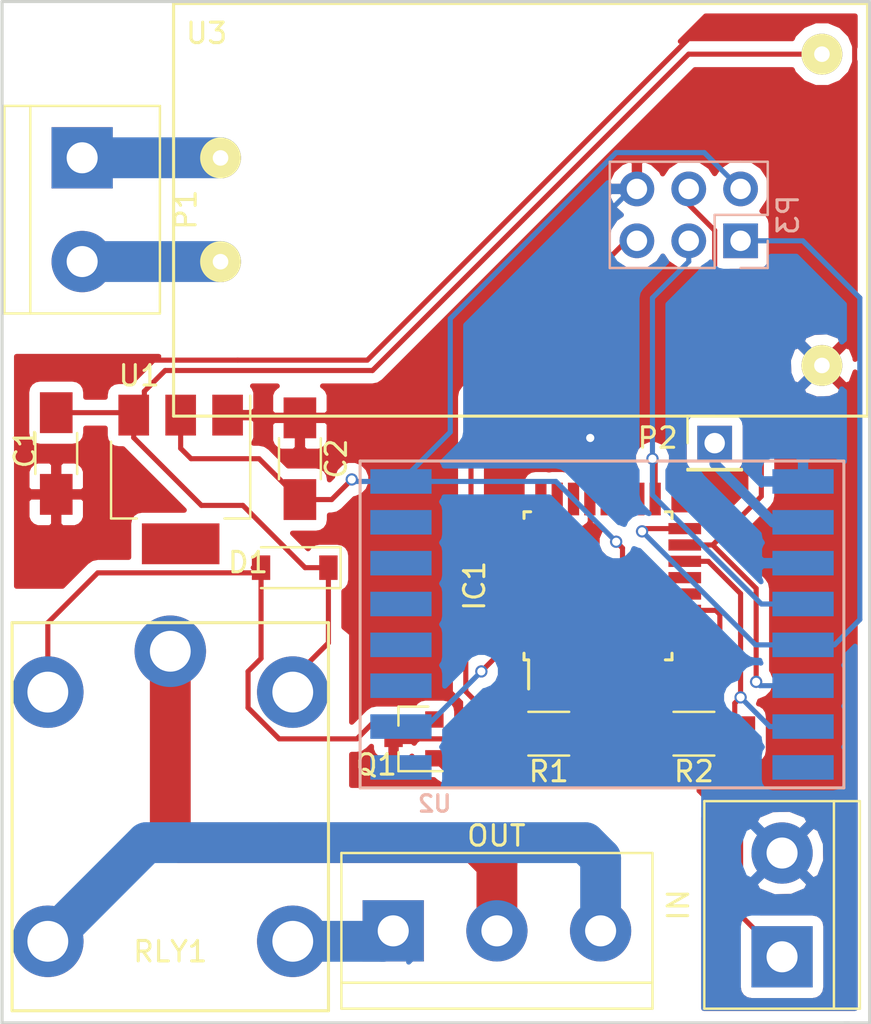
<source format=kicad_pcb>
(kicad_pcb (version 4) (host pcbnew 4.0.6)

  (general
    (links 42)
    (no_connects 0)
    (area 0 0 0 0)
    (thickness 1.6)
    (drawings 5)
    (tracks 176)
    (zones 0)
    (modules 16)
    (nets 46)
  )

  (page A4)
  (layers
    (0 F.Cu signal)
    (31 B.Cu signal)
    (32 B.Adhes user)
    (33 F.Adhes user)
    (34 B.Paste user)
    (35 F.Paste user)
    (36 B.SilkS user)
    (37 F.SilkS user)
    (38 B.Mask user)
    (39 F.Mask user)
    (40 Dwgs.User user)
    (41 Cmts.User user)
    (42 Eco1.User user)
    (43 Eco2.User user)
    (44 Edge.Cuts user)
    (45 Margin user)
    (46 B.CrtYd user)
    (47 F.CrtYd user)
    (48 B.Fab user)
    (49 F.Fab user)
  )

  (setup
    (last_trace_width 2)
    (user_trace_width 1)
    (user_trace_width 2)
    (user_trace_width 3)
    (trace_clearance 0.2)
    (zone_clearance 0.508)
    (zone_45_only no)
    (trace_min 0.2)
    (segment_width 0.2)
    (edge_width 0.15)
    (via_size 0.6)
    (via_drill 0.4)
    (via_min_size 0.4)
    (via_min_drill 0.3)
    (uvia_size 0.3)
    (uvia_drill 0.1)
    (uvias_allowed no)
    (uvia_min_size 0.2)
    (uvia_min_drill 0.1)
    (pcb_text_width 0.3)
    (pcb_text_size 1.5 1.5)
    (mod_edge_width 0.15)
    (mod_text_size 1 1)
    (mod_text_width 0.15)
    (pad_size 1.7 1.7)
    (pad_drill 0)
    (pad_to_mask_clearance 0.2)
    (aux_axis_origin 0 0)
    (grid_origin 163.83 45.974)
    (visible_elements FFFFFF7F)
    (pcbplotparams
      (layerselection 0x010f0_80000001)
      (usegerberextensions true)
      (excludeedgelayer true)
      (linewidth 0.100000)
      (plotframeref false)
      (viasonmask false)
      (mode 1)
      (useauxorigin false)
      (hpglpennumber 1)
      (hpglpenspeed 20)
      (hpglpendiameter 15)
      (hpglpenoverlay 2)
      (psnegative false)
      (psa4output false)
      (plotreference true)
      (plotvalue true)
      (plotinvisibletext false)
      (padsonsilk false)
      (subtractmaskfromsilk false)
      (outputformat 1)
      (mirror false)
      (drillshape 0)
      (scaleselection 1)
      (outputdirectory GERBER/))
  )

  (net 0 "")
  (net 1 "Net-(IC1-Pad1)")
  (net 2 "Net-(IC1-Pad2)")
  (net 3 /3V3)
  (net 4 "Net-(IC1-Pad7)")
  (net 5 "Net-(IC1-Pad8)")
  (net 6 "Net-(IC1-Pad9)")
  (net 7 "Net-(IC1-Pad10)")
  (net 8 "Net-(IC1-Pad11)")
  (net 9 "Net-(IC1-Pad12)")
  (net 10 "Net-(IC1-Pad13)")
  (net 11 /CS)
  (net 12 /MOSI)
  (net 13 /MISO)
  (net 14 /SCK)
  (net 15 "Net-(IC1-Pad18)")
  (net 16 "Net-(IC1-Pad19)")
  (net 17 "Net-(IC1-Pad20)")
  (net 18 "Net-(IC1-Pad22)")
  (net 19 /RESET)
  (net 20 /IRQ)
  (net 21 "Net-(P2-Pad1)")
  (net 22 /S0)
  (net 23 "Net-(U2-Pad1)")
  (net 24 "Net-(U2-Pad3)")
  (net 25 "Net-(U2-Pad4)")
  (net 26 "Net-(U2-Pad5)")
  (net 27 "Net-(U2-Pad6)")
  (net 28 "Net-(U2-Pad7)")
  (net 29 "Net-(U2-Pad16)")
  (net 30 /VCC)
  (net 31 /GND)
  (net 32 /SL7)
  (net 33 /SL6)
  (net 34 /SL5)
  (net 35 /SL4)
  (net 36 /SL3)
  (net 37 /SL2)
  (net 38 /SL1)
  (net 39 /SL0)
  (net 40 "Net-(P4-Pad1)")
  (net 41 "Net-(P4-Pad2)")
  (net 42 "Net-(P4-Pad3)")
  (net 43 "Net-(P1-Pad2)")
  (net 44 "Net-(P1-Pad1)")
  (net 45 "Net-(Q1-Pad1)")

  (net_class Default "This is the default net class."
    (clearance 0.2)
    (trace_width 0.25)
    (via_dia 0.6)
    (via_drill 0.4)
    (uvia_dia 0.3)
    (uvia_drill 0.1)
    (add_net /3V3)
    (add_net /CS)
    (add_net /GND)
    (add_net /IRQ)
    (add_net /MISO)
    (add_net /MOSI)
    (add_net /RESET)
    (add_net /S0)
    (add_net /SCK)
    (add_net /SL0)
    (add_net /SL1)
    (add_net /SL2)
    (add_net /SL3)
    (add_net /SL4)
    (add_net /SL5)
    (add_net /SL6)
    (add_net /SL7)
    (add_net /VCC)
    (add_net "Net-(IC1-Pad1)")
    (add_net "Net-(IC1-Pad10)")
    (add_net "Net-(IC1-Pad11)")
    (add_net "Net-(IC1-Pad12)")
    (add_net "Net-(IC1-Pad13)")
    (add_net "Net-(IC1-Pad18)")
    (add_net "Net-(IC1-Pad19)")
    (add_net "Net-(IC1-Pad2)")
    (add_net "Net-(IC1-Pad20)")
    (add_net "Net-(IC1-Pad22)")
    (add_net "Net-(IC1-Pad7)")
    (add_net "Net-(IC1-Pad8)")
    (add_net "Net-(IC1-Pad9)")
    (add_net "Net-(P1-Pad1)")
    (add_net "Net-(P1-Pad2)")
    (add_net "Net-(P4-Pad1)")
    (add_net "Net-(P4-Pad2)")
    (add_net "Net-(P4-Pad3)")
    (add_net "Net-(Q1-Pad1)")
    (add_net "Net-(U2-Pad1)")
    (add_net "Net-(U2-Pad16)")
    (add_net "Net-(U2-Pad3)")
    (add_net "Net-(U2-Pad4)")
    (add_net "Net-(U2-Pad5)")
    (add_net "Net-(U2-Pad6)")
    (add_net "Net-(U2-Pad7)")
  )

  (net_class Big ""
    (clearance 0.5)
    (trace_width 0.5)
    (via_dia 0.6)
    (via_drill 0.4)
    (uvia_dia 0.3)
    (uvia_drill 0.1)
    (add_net "Net-(P2-Pad1)")
  )

  (module MyLibrary:SRD_Relay_TypeC (layer F.Cu) (tedit 59C383B0) (tstamp 58851D51)
    (at 115.57 103.632 270)
    (path /588234F5)
    (fp_text reference RLY1 (at 6.604 0 360) (layer F.SilkS)
      (effects (font (size 1 1) (thickness 0.15)))
    )
    (fp_text value SRD_Type_C (at 0.25 -6.75 270) (layer F.Fab)
      (effects (font (size 1 1) (thickness 0.15)))
    )
    (fp_line (start -9.5 7.75) (end -9.5 -7.75) (layer F.SilkS) (width 0.15))
    (fp_line (start 9.5 7.75) (end -9.5 7.75) (layer F.SilkS) (width 0.15))
    (fp_line (start 9.5 -7.75) (end 9.5 7.75) (layer F.SilkS) (width 0.15))
    (fp_line (start -9.5 -7.75) (end 9.5 -7.75) (layer F.SilkS) (width 0.15))
    (pad 5 thru_hole circle (at -8.1 0 270) (size 3.5 3.5) (drill 2) (layers *.Cu *.Mask)
      (net 41 "Net-(P4-Pad2)"))
    (pad 3 thru_hole circle (at 6.1 -6 270) (size 3.5 3.5) (drill 2) (layers *.Cu *.Mask)
      (net 40 "Net-(P4-Pad1)"))
    (pad 4 thru_hole circle (at 6.1 6 270) (size 3.5 3.5) (drill 2) (layers *.Cu *.Mask)
      (net 42 "Net-(P4-Pad3)"))
    (pad 2 thru_hole circle (at -6.1 6 270) (size 3.5 3.5) (drill 2) (layers *.Cu *.Mask)
      (net 22 /S0))
    (pad 1 thru_hole circle (at -6.1 -6 270) (size 3.5 3.5) (drill 2) (layers *.Cu *.Mask)
      (net 30 /VCC))
  )

  (module Capacitors_SMD:C_1206_HandSoldering (layer F.Cu) (tedit 59C383D0) (tstamp 58851CDA)
    (at 109.982 85.852 270)
    (descr "Capacitor SMD 1206, hand soldering")
    (tags "capacitor 1206")
    (path /587650E8)
    (attr smd)
    (fp_text reference C1 (at -0.254 1.524 270) (layer F.SilkS)
      (effects (font (size 1 1) (thickness 0.15)))
    )
    (fp_text value 10uF (at -0.254 0 270) (layer F.Fab)
      (effects (font (size 1 1) (thickness 0.15)))
    )
    (fp_line (start -1 1.025) (end 1 1.025) (layer F.SilkS) (width 0.12))
    (fp_line (start 1 -1.025) (end -1 -1.025) (layer F.SilkS) (width 0.12))
    (fp_line (start 3.3 -1.15) (end 3.3 1.15) (layer F.CrtYd) (width 0.05))
    (fp_line (start -3.3 -1.15) (end -3.3 1.15) (layer F.CrtYd) (width 0.05))
    (fp_line (start -3.3 1.15) (end 3.3 1.15) (layer F.CrtYd) (width 0.05))
    (fp_line (start -3.3 -1.15) (end 3.3 -1.15) (layer F.CrtYd) (width 0.05))
    (fp_line (start -1.6 -0.8) (end 1.6 -0.8) (layer F.Fab) (width 0.1))
    (fp_line (start 1.6 -0.8) (end 1.6 0.8) (layer F.Fab) (width 0.1))
    (fp_line (start 1.6 0.8) (end -1.6 0.8) (layer F.Fab) (width 0.1))
    (fp_line (start -1.6 0.8) (end -1.6 -0.8) (layer F.Fab) (width 0.1))
    (pad 2 smd rect (at 2 0 270) (size 2 1.6) (layers F.Cu F.Paste F.Mask)
      (net 31 /GND))
    (pad 1 smd rect (at -2 0 270) (size 2 1.6) (layers F.Cu F.Paste F.Mask)
      (net 30 /VCC))
    (model Capacitors_SMD.3dshapes/C_1206_HandSoldering.wrl
      (at (xyz 0 0 0))
      (scale (xyz 1 1 1))
      (rotate (xyz 0 0 0))
    )
  )

  (module Capacitors_SMD:C_1206_HandSoldering (layer F.Cu) (tedit 59C383DD) (tstamp 58851CE0)
    (at 121.92 86.106 90)
    (descr "Capacitor SMD 1206, hand soldering")
    (tags "capacitor 1206")
    (path /58764C44)
    (attr smd)
    (fp_text reference C2 (at 0 1.778 90) (layer F.SilkS)
      (effects (font (size 1 1) (thickness 0.15)))
    )
    (fp_text value 10uF (at 0 0 90) (layer F.Fab)
      (effects (font (size 1 1) (thickness 0.15)))
    )
    (fp_line (start -1.6 0.8) (end -1.6 -0.8) (layer F.Fab) (width 0.1))
    (fp_line (start 1.6 0.8) (end -1.6 0.8) (layer F.Fab) (width 0.1))
    (fp_line (start 1.6 -0.8) (end 1.6 0.8) (layer F.Fab) (width 0.1))
    (fp_line (start -1.6 -0.8) (end 1.6 -0.8) (layer F.Fab) (width 0.1))
    (fp_line (start -3.3 -1.15) (end 3.3 -1.15) (layer F.CrtYd) (width 0.05))
    (fp_line (start -3.3 1.15) (end 3.3 1.15) (layer F.CrtYd) (width 0.05))
    (fp_line (start -3.3 -1.15) (end -3.3 1.15) (layer F.CrtYd) (width 0.05))
    (fp_line (start 3.3 -1.15) (end 3.3 1.15) (layer F.CrtYd) (width 0.05))
    (fp_line (start 1 -1.025) (end -1 -1.025) (layer F.SilkS) (width 0.12))
    (fp_line (start -1 1.025) (end 1 1.025) (layer F.SilkS) (width 0.12))
    (pad 1 smd rect (at -2 0 90) (size 2 1.6) (layers F.Cu F.Paste F.Mask)
      (net 3 /3V3))
    (pad 2 smd rect (at 2 0 90) (size 2 1.6) (layers F.Cu F.Paste F.Mask)
      (net 31 /GND))
    (model Capacitors_SMD.3dshapes/C_1206_HandSoldering.wrl
      (at (xyz 0 0 0))
      (scale (xyz 1 1 1))
      (rotate (xyz 0 0 0))
    )
  )

  (module Housings_QFP:TQFP-32_7x7mm_Pitch0.8mm (layer F.Cu) (tedit 54130A77) (tstamp 58851D04)
    (at 136.525 92.329 90)
    (descr "32-Lead Plastic Thin Quad Flatpack (PT) - 7x7x1.0 mm Body, 2.00 mm [TQFP] (see Microchip Packaging Specification 00000049BS.pdf)")
    (tags "QFP 0.8")
    (path /5876469C)
    (attr smd)
    (fp_text reference IC1 (at 0 -6.05 90) (layer F.SilkS)
      (effects (font (size 1 1) (thickness 0.15)))
    )
    (fp_text value ATMEGA328-A (at 0 6.05 90) (layer F.Fab)
      (effects (font (size 1 1) (thickness 0.15)))
    )
    (fp_line (start -3.625 -3.4) (end -5.05 -3.4) (layer F.SilkS) (width 0.15))
    (fp_line (start 3.625 -3.625) (end 3.3 -3.625) (layer F.SilkS) (width 0.15))
    (fp_line (start 3.625 3.625) (end 3.3 3.625) (layer F.SilkS) (width 0.15))
    (fp_line (start -3.625 3.625) (end -3.3 3.625) (layer F.SilkS) (width 0.15))
    (fp_line (start -3.625 -3.625) (end -3.3 -3.625) (layer F.SilkS) (width 0.15))
    (fp_line (start -3.625 3.625) (end -3.625 3.3) (layer F.SilkS) (width 0.15))
    (fp_line (start 3.625 3.625) (end 3.625 3.3) (layer F.SilkS) (width 0.15))
    (fp_line (start 3.625 -3.625) (end 3.625 -3.3) (layer F.SilkS) (width 0.15))
    (fp_line (start -3.625 -3.625) (end -3.625 -3.4) (layer F.SilkS) (width 0.15))
    (fp_line (start -5.3 5.3) (end 5.3 5.3) (layer F.CrtYd) (width 0.05))
    (fp_line (start -5.3 -5.3) (end 5.3 -5.3) (layer F.CrtYd) (width 0.05))
    (fp_line (start 5.3 -5.3) (end 5.3 5.3) (layer F.CrtYd) (width 0.05))
    (fp_line (start -5.3 -5.3) (end -5.3 5.3) (layer F.CrtYd) (width 0.05))
    (fp_line (start -3.5 -2.5) (end -2.5 -3.5) (layer F.Fab) (width 0.15))
    (fp_line (start -3.5 3.5) (end -3.5 -2.5) (layer F.Fab) (width 0.15))
    (fp_line (start 3.5 3.5) (end -3.5 3.5) (layer F.Fab) (width 0.15))
    (fp_line (start 3.5 -3.5) (end 3.5 3.5) (layer F.Fab) (width 0.15))
    (fp_line (start -2.5 -3.5) (end 3.5 -3.5) (layer F.Fab) (width 0.15))
    (fp_text user %R (at 0 0 90) (layer F.Fab)
      (effects (font (size 1 1) (thickness 0.15)))
    )
    (pad 32 smd rect (at -2.8 -4.25 180) (size 1.6 0.55) (layers F.Cu F.Paste F.Mask)
      (net 20 /IRQ))
    (pad 31 smd rect (at -2 -4.25 180) (size 1.6 0.55) (layers F.Cu F.Paste F.Mask)
      (net 39 /SL0))
    (pad 30 smd rect (at -1.2 -4.25 180) (size 1.6 0.55) (layers F.Cu F.Paste F.Mask)
      (net 38 /SL1))
    (pad 29 smd rect (at -0.4 -4.25 180) (size 1.6 0.55) (layers F.Cu F.Paste F.Mask)
      (net 19 /RESET))
    (pad 28 smd rect (at 0.4 -4.25 180) (size 1.6 0.55) (layers F.Cu F.Paste F.Mask)
      (net 37 /SL2))
    (pad 27 smd rect (at 1.2 -4.25 180) (size 1.6 0.55) (layers F.Cu F.Paste F.Mask)
      (net 36 /SL3))
    (pad 26 smd rect (at 2 -4.25 180) (size 1.6 0.55) (layers F.Cu F.Paste F.Mask)
      (net 35 /SL4))
    (pad 25 smd rect (at 2.8 -4.25 180) (size 1.6 0.55) (layers F.Cu F.Paste F.Mask)
      (net 34 /SL5))
    (pad 24 smd rect (at 4.25 -2.8 90) (size 1.6 0.55) (layers F.Cu F.Paste F.Mask)
      (net 33 /SL6))
    (pad 23 smd rect (at 4.25 -2 90) (size 1.6 0.55) (layers F.Cu F.Paste F.Mask)
      (net 32 /SL7))
    (pad 22 smd rect (at 4.25 -1.2 90) (size 1.6 0.55) (layers F.Cu F.Paste F.Mask)
      (net 18 "Net-(IC1-Pad22)"))
    (pad 21 smd rect (at 4.25 -0.4 90) (size 1.6 0.55) (layers F.Cu F.Paste F.Mask)
      (net 31 /GND))
    (pad 20 smd rect (at 4.25 0.4 90) (size 1.6 0.55) (layers F.Cu F.Paste F.Mask)
      (net 17 "Net-(IC1-Pad20)"))
    (pad 19 smd rect (at 4.25 1.2 90) (size 1.6 0.55) (layers F.Cu F.Paste F.Mask)
      (net 16 "Net-(IC1-Pad19)"))
    (pad 18 smd rect (at 4.25 2 90) (size 1.6 0.55) (layers F.Cu F.Paste F.Mask)
      (net 15 "Net-(IC1-Pad18)"))
    (pad 17 smd rect (at 4.25 2.8 90) (size 1.6 0.55) (layers F.Cu F.Paste F.Mask)
      (net 14 /SCK))
    (pad 16 smd rect (at 2.8 4.25 180) (size 1.6 0.55) (layers F.Cu F.Paste F.Mask)
      (net 13 /MISO))
    (pad 15 smd rect (at 2 4.25 180) (size 1.6 0.55) (layers F.Cu F.Paste F.Mask)
      (net 12 /MOSI))
    (pad 14 smd rect (at 1.2 4.25 180) (size 1.6 0.55) (layers F.Cu F.Paste F.Mask)
      (net 11 /CS))
    (pad 13 smd rect (at 0.4 4.25 180) (size 1.6 0.55) (layers F.Cu F.Paste F.Mask)
      (net 10 "Net-(IC1-Pad13)"))
    (pad 12 smd rect (at -0.4 4.25 180) (size 1.6 0.55) (layers F.Cu F.Paste F.Mask)
      (net 9 "Net-(IC1-Pad12)"))
    (pad 11 smd rect (at -1.2 4.25 180) (size 1.6 0.55) (layers F.Cu F.Paste F.Mask)
      (net 8 "Net-(IC1-Pad11)"))
    (pad 10 smd rect (at -2 4.25 180) (size 1.6 0.55) (layers F.Cu F.Paste F.Mask)
      (net 7 "Net-(IC1-Pad10)"))
    (pad 9 smd rect (at -2.8 4.25 180) (size 1.6 0.55) (layers F.Cu F.Paste F.Mask)
      (net 6 "Net-(IC1-Pad9)"))
    (pad 8 smd rect (at -4.25 2.8 90) (size 1.6 0.55) (layers F.Cu F.Paste F.Mask)
      (net 5 "Net-(IC1-Pad8)"))
    (pad 7 smd rect (at -4.25 2 90) (size 1.6 0.55) (layers F.Cu F.Paste F.Mask)
      (net 4 "Net-(IC1-Pad7)"))
    (pad 6 smd rect (at -4.25 1.2 90) (size 1.6 0.55) (layers F.Cu F.Paste F.Mask)
      (net 3 /3V3))
    (pad 5 smd rect (at -4.25 0.4 90) (size 1.6 0.55) (layers F.Cu F.Paste F.Mask)
      (net 31 /GND))
    (pad 4 smd rect (at -4.25 -0.4 90) (size 1.6 0.55) (layers F.Cu F.Paste F.Mask)
      (net 3 /3V3))
    (pad 3 smd rect (at -4.25 -1.2 90) (size 1.6 0.55) (layers F.Cu F.Paste F.Mask)
      (net 31 /GND))
    (pad 2 smd rect (at -4.25 -2 90) (size 1.6 0.55) (layers F.Cu F.Paste F.Mask)
      (net 2 "Net-(IC1-Pad2)"))
    (pad 1 smd rect (at -4.25 -2.8 90) (size 1.6 0.55) (layers F.Cu F.Paste F.Mask)
      (net 1 "Net-(IC1-Pad1)"))
    (model Housings_QFP.3dshapes/TQFP-32_7x7mm_Pitch0.8mm.wrl
      (at (xyz 0 0 0))
      (scale (xyz 1 1 1))
      (rotate (xyz 0 0 0))
    )
  )

  (module Connectors:bornier2 (layer F.Cu) (tedit 59C383B8) (tstamp 58851D0A)
    (at 111.252 71.374 270)
    (descr "Bornier d'alimentation 2 pins")
    (tags DEV)
    (path /58852A1C)
    (fp_text reference P1 (at 2.54 -5.08 270) (layer F.SilkS)
      (effects (font (size 1 1) (thickness 0.15)))
    )
    (fp_text value 220V (at -4.318 0 360) (layer F.Fab)
      (effects (font (size 1 1) (thickness 0.15)))
    )
    (fp_line (start 7.79 4) (end -2.71 4) (layer F.CrtYd) (width 0.05))
    (fp_line (start 7.79 4) (end 7.79 -4) (layer F.CrtYd) (width 0.05))
    (fp_line (start -2.71 -4) (end -2.71 4) (layer F.CrtYd) (width 0.05))
    (fp_line (start -2.71 -4) (end 7.79 -4) (layer F.CrtYd) (width 0.05))
    (fp_line (start -2.54 3.81) (end 7.62 3.81) (layer F.SilkS) (width 0.12))
    (fp_line (start -2.54 -3.81) (end -2.54 3.81) (layer F.SilkS) (width 0.12))
    (fp_line (start 7.62 -3.81) (end -2.54 -3.81) (layer F.SilkS) (width 0.12))
    (fp_line (start 7.62 3.81) (end 7.62 -3.81) (layer F.SilkS) (width 0.12))
    (fp_line (start 7.62 2.54) (end -2.54 2.54) (layer F.SilkS) (width 0.12))
    (fp_line (start 7.54 -3.75) (end -2.46 -3.75) (layer F.Fab) (width 0.1))
    (fp_line (start 7.54 3.75) (end 7.54 -3.75) (layer F.Fab) (width 0.1))
    (fp_line (start -2.46 3.75) (end 7.54 3.75) (layer F.Fab) (width 0.1))
    (fp_line (start -2.46 -3.75) (end -2.46 3.75) (layer F.Fab) (width 0.1))
    (fp_line (start -2.41 2.55) (end 7.49 2.55) (layer F.Fab) (width 0.1))
    (pad 2 thru_hole circle (at 5.08 0 270) (size 3 3) (drill 1.52) (layers *.Cu *.Mask)
      (net 43 "Net-(P1-Pad2)"))
    (pad 1 thru_hole rect (at 0 0 270) (size 3 3) (drill 1.52) (layers *.Cu *.Mask)
      (net 44 "Net-(P1-Pad1)"))
    (model Connectors.3dshapes/bornier2.wrl
      (at (xyz 0 0 0))
      (scale (xyz 1 1 1))
      (rotate (xyz 0 0 0))
    )
  )

  (module Connectors:bornier3 (layer F.Cu) (tedit 59C38404) (tstamp 58851D20)
    (at 126.492 109.22)
    (descr "Bornier d'alimentation 3 pins")
    (tags DEV)
    (path /5882307D)
    (fp_text reference OUT (at 5.05 -4.65) (layer F.SilkS)
      (effects (font (size 1 1) (thickness 0.15)))
    )
    (fp_text value CONN_01X03 (at 5.08 2.794) (layer F.Fab)
      (effects (font (size 1 1) (thickness 0.15)))
    )
    (fp_line (start -2.47 2.55) (end 12.63 2.55) (layer F.Fab) (width 0.1))
    (fp_line (start -2.47 -3.75) (end 12.63 -3.75) (layer F.Fab) (width 0.1))
    (fp_line (start 12.63 -3.75) (end 12.63 3.75) (layer F.Fab) (width 0.1))
    (fp_line (start 12.63 3.75) (end -2.47 3.75) (layer F.Fab) (width 0.1))
    (fp_line (start -2.47 3.75) (end -2.47 -3.75) (layer F.Fab) (width 0.1))
    (fp_line (start -2.54 3.81) (end -2.54 -3.81) (layer F.SilkS) (width 0.12))
    (fp_line (start 12.7 3.81) (end 12.7 -3.81) (layer F.SilkS) (width 0.12))
    (fp_line (start -2.54 2.54) (end 12.7 2.54) (layer F.SilkS) (width 0.12))
    (fp_line (start -2.54 -3.81) (end 12.7 -3.81) (layer F.SilkS) (width 0.12))
    (fp_line (start -2.54 3.81) (end 12.7 3.81) (layer F.SilkS) (width 0.12))
    (fp_line (start -2.72 -4) (end 12.88 -4) (layer F.CrtYd) (width 0.05))
    (fp_line (start -2.72 -4) (end -2.72 4) (layer F.CrtYd) (width 0.05))
    (fp_line (start 12.88 4) (end 12.88 -4) (layer F.CrtYd) (width 0.05))
    (fp_line (start 12.88 4) (end -2.72 4) (layer F.CrtYd) (width 0.05))
    (pad 1 thru_hole rect (at 0 0) (size 3 3) (drill 1.52) (layers *.Cu *.Mask)
      (net 40 "Net-(P4-Pad1)"))
    (pad 2 thru_hole circle (at 5.08 0) (size 3 3) (drill 1.52) (layers *.Cu *.Mask)
      (net 41 "Net-(P4-Pad2)"))
    (pad 3 thru_hole circle (at 10.16 0) (size 3 3) (drill 1.52) (layers *.Cu *.Mask)
      (net 42 "Net-(P4-Pad3)"))
    (model Connectors.3dshapes/bornier3.wrl
      (at (xyz 0 0 0))
      (scale (xyz 1 1 1))
      (rotate (xyz 0 0 0))
    )
  )

  (module TO_SOT_Packages_SMD:SOT-23 (layer F.Cu) (tedit 5885B0F7) (tstamp 58851D35)
    (at 127.508 99.822 180)
    (descr "SOT-23, Standard")
    (tags SOT-23)
    (path /58851D41)
    (attr smd)
    (fp_text reference Q1 (at 1.8415 -1.27 180) (layer F.SilkS)
      (effects (font (size 1 1) (thickness 0.15)))
    )
    (fp_text value MBT2222 (at 0 2.5 180) (layer F.Fab)
      (effects (font (size 1 1) (thickness 0.15)))
    )
    (fp_line (start 0.76 1.58) (end 0.76 0.65) (layer F.SilkS) (width 0.12))
    (fp_line (start 0.76 -1.58) (end 0.76 -0.65) (layer F.SilkS) (width 0.12))
    (fp_line (start 0.7 -1.52) (end 0.7 1.52) (layer F.Fab) (width 0.15))
    (fp_line (start -0.7 1.52) (end 0.7 1.52) (layer F.Fab) (width 0.15))
    (fp_line (start -1.7 -1.75) (end 1.7 -1.75) (layer F.CrtYd) (width 0.05))
    (fp_line (start 1.7 -1.75) (end 1.7 1.75) (layer F.CrtYd) (width 0.05))
    (fp_line (start 1.7 1.75) (end -1.7 1.75) (layer F.CrtYd) (width 0.05))
    (fp_line (start -1.7 1.75) (end -1.7 -1.75) (layer F.CrtYd) (width 0.05))
    (fp_line (start 0.76 -1.58) (end -1.4 -1.58) (layer F.SilkS) (width 0.12))
    (fp_line (start -0.7 -1.52) (end 0.7 -1.52) (layer F.Fab) (width 0.15))
    (fp_line (start -0.7 -1.52) (end -0.7 1.52) (layer F.Fab) (width 0.15))
    (fp_line (start 0.76 1.58) (end -0.7 1.58) (layer F.SilkS) (width 0.12))
    (pad 1 smd rect (at -1 -0.95 180) (size 0.9 0.8) (layers F.Cu F.Paste F.Mask)
      (net 45 "Net-(Q1-Pad1)"))
    (pad 2 smd rect (at -1 0.95 180) (size 0.9 0.8) (layers F.Cu F.Paste F.Mask)
      (net 22 /S0))
    (pad 3 smd rect (at 1 0 180) (size 0.9 0.8) (layers F.Cu F.Paste F.Mask)
      (net 31 /GND))
    (model TO_SOT_Packages_SMD.3dshapes/SOT-23.wrl
      (at (xyz 0 0 0))
      (scale (xyz 1 1 1))
      (rotate (xyz 0 0 90))
    )
  )

  (module TO_SOT_Packages_SMD:SOT-223 (layer F.Cu) (tedit 59C383C8) (tstamp 58851D62)
    (at 116.078 87.122 270)
    (descr "module CMS SOT223 4 pins")
    (tags "CMS SOT")
    (path /58764782)
    (attr smd)
    (fp_text reference U1 (at -5.08 2.032 360) (layer F.SilkS)
      (effects (font (size 1 1) (thickness 0.15)))
    )
    (fp_text value AMS1117 (at 0.508 -0.254 360) (layer F.Fab)
      (effects (font (size 1 1) (thickness 0.15)))
    )
    (fp_line (start 1.85 -3.35) (end 1.85 3.35) (layer F.Fab) (width 0.15))
    (fp_line (start -1.85 3.35) (end 1.85 3.35) (layer F.Fab) (width 0.15))
    (fp_line (start -4.1 -3.41) (end 1.91 -3.41) (layer F.SilkS) (width 0.12))
    (fp_line (start -1.85 -3.35) (end 1.85 -3.35) (layer F.Fab) (width 0.15))
    (fp_line (start -1.85 3.41) (end 1.91 3.41) (layer F.SilkS) (width 0.12))
    (fp_line (start -1.85 -3.35) (end -1.85 3.35) (layer F.Fab) (width 0.15))
    (fp_line (start -4.4 -3.6) (end -4.4 3.6) (layer F.CrtYd) (width 0.05))
    (fp_line (start -4.4 3.6) (end 4.4 3.6) (layer F.CrtYd) (width 0.05))
    (fp_line (start 4.4 3.6) (end 4.4 -3.6) (layer F.CrtYd) (width 0.05))
    (fp_line (start 4.4 -3.6) (end -4.4 -3.6) (layer F.CrtYd) (width 0.05))
    (fp_line (start 1.91 -3.41) (end 1.91 -2.15) (layer F.SilkS) (width 0.12))
    (fp_line (start 1.91 3.41) (end 1.91 2.15) (layer F.SilkS) (width 0.12))
    (pad 1 smd rect (at -3.15 -2.3 270) (size 2 1.5) (layers F.Cu F.Paste F.Mask)
      (net 31 /GND))
    (pad 3 smd rect (at -3.15 2.3 270) (size 2 1.5) (layers F.Cu F.Paste F.Mask)
      (net 30 /VCC))
    (pad 2 smd rect (at -3.15 0 270) (size 2 1.5) (layers F.Cu F.Paste F.Mask)
      (net 3 /3V3))
    (pad 4 smd rect (at 3.15 0 270) (size 2 3.8) (layers F.Cu F.Paste F.Mask))
    (model TO_SOT_Packages_SMD.3dshapes/SOT-223.wrl
      (at (xyz 0 0 0))
      (scale (xyz 0.4 0.4 0.4))
      (rotate (xyz 0 0 90))
    )
  )

  (module mysensors-radio:RFM69HW_SMD_Handsoldering (layer B.Cu) (tedit 558806AF) (tstamp 58851D76)
    (at 128.27 101.219)
    (descr RFM69HW)
    (tags "RFM69HW, RF69")
    (path /587646FD)
    (fp_text reference U2 (at 0.254 1.778) (layer B.SilkS)
      (effects (font (size 0.8 0.8) (thickness 0.16)) (justify mirror))
    )
    (fp_text value RFM69HW (at 8.382 -7.112) (layer B.Fab) hide
      (effects (font (size 0.8 0.8) (thickness 0.16)) (justify mirror))
    )
    (fp_line (start -3.4 1) (end 20.3 1) (layer F.CrtYd) (width 0.15))
    (fp_line (start -3.4 -15) (end 20.3 -15) (layer F.CrtYd) (width 0.15))
    (fp_line (start -3.4 1) (end -3.4 -15) (layer F.CrtYd) (width 0.15))
    (fp_line (start 20.3 1) (end 20.3 -15) (layer F.CrtYd) (width 0.15))
    (fp_line (start -3.4 1) (end 20.3 1) (layer B.CrtYd) (width 0.15))
    (fp_line (start -3.4 1) (end -3.4 -15) (layer B.CrtYd) (width 0.15))
    (fp_line (start 20.3 1) (end 20.3 -15) (layer B.CrtYd) (width 0.15))
    (fp_line (start -3.4 -15) (end 20.3 -15) (layer B.CrtYd) (width 0.15))
    (fp_line (start -3.4 1) (end 20.3 1) (layer B.SilkS) (width 0.15))
    (fp_line (start 20.3 1) (end 20.3 -15) (layer B.SilkS) (width 0.15))
    (fp_line (start 20.3 -15) (end -3.4 -15) (layer B.SilkS) (width 0.15))
    (fp_line (start -3.4 -15) (end -3.4 1) (layer B.SilkS) (width 0.15))
    (pad 16 smd rect (at 18.3 0) (size 3 1.2) (layers B.Cu B.Paste B.Mask)
      (net 29 "Net-(U2-Pad16)"))
    (pad 15 smd rect (at 18.3 -2) (size 3 1.2) (layers B.Cu B.Paste B.Mask)
      (net 11 /CS))
    (pad 14 smd rect (at 18.3 -4) (size 3 1.2) (layers B.Cu B.Paste B.Mask)
      (net 12 /MOSI))
    (pad 13 smd rect (at 18.3 -6) (size 3 1.2) (layers B.Cu B.Paste B.Mask)
      (net 13 /MISO))
    (pad 12 smd rect (at 18.3 -8) (size 3 1.2) (layers B.Cu B.Paste B.Mask)
      (net 14 /SCK))
    (pad 11 smd rect (at 18.3 -10) (size 3 1.2) (layers B.Cu B.Paste B.Mask)
      (net 31 /GND))
    (pad 10 smd rect (at 18.3 -12) (size 3 1.2) (layers B.Cu B.Paste B.Mask)
      (net 21 "Net-(P2-Pad1)"))
    (pad 9 smd rect (at 18.3 -14) (size 3 1.2) (layers B.Cu B.Paste B.Mask)
      (net 31 /GND))
    (pad 8 smd rect (at -1.4 -14) (size 3 1.2) (layers B.Cu B.Paste B.Mask)
      (net 3 /3V3))
    (pad 7 smd rect (at -1.4 -12) (size 3 1.2) (layers B.Cu B.Paste B.Mask)
      (net 28 "Net-(U2-Pad7)"))
    (pad 6 smd rect (at -1.4 -10) (size 3 1.2) (layers B.Cu B.Paste B.Mask)
      (net 27 "Net-(U2-Pad6)"))
    (pad 5 smd rect (at -1.4 -8) (size 3 1.2) (layers B.Cu B.Paste B.Mask)
      (net 26 "Net-(U2-Pad5)"))
    (pad 4 smd rect (at -1.4 -6) (size 3 1.2) (layers B.Cu B.Paste B.Mask)
      (net 25 "Net-(U2-Pad4)"))
    (pad 3 smd rect (at -1.4 -4) (size 3 1.2) (layers B.Cu B.Paste B.Mask)
      (net 24 "Net-(U2-Pad3)"))
    (pad 2 smd rect (at -1.4 -2) (size 3 1.2) (layers B.Cu B.Paste B.Mask)
      (net 20 /IRQ))
    (pad 1 smd rect (at -1.4 0) (size 3 1.2) (layers B.Cu B.Paste B.Mask)
      (net 23 "Net-(U2-Pad1)"))
    (model ${MYSLOCAL}/mysensors.3dshapes/mysensors_radios.3dshapes/rfm69hw.wrl
      (at (xyz 0.332 -0.275 0.03))
      (scale (xyz 0.395 0.395 0.395))
      (rotate (xyz 0 0 180))
    )
    (model Crystals.3dshapes/crystal_FA238-TSX3225.wrl
      (at (xyz 0.332 -0.08 0.06))
      (scale (xyz 0.24 0.24 0.24))
      (rotate (xyz 0 0 90))
    )
    (model Housings_DFN_QFN.3dshapes/QFN-28-1EP_5x5mm_Pitch0.5mm.wrl
      (at (xyz 0.204 -0.445 0.06))
      (scale (xyz 1 1 1))
      (rotate (xyz 0 0 0))
    )
  )

  (module MyLibrary:HLK-PM01 (layer F.Cu) (tedit 59C383EE) (tstamp 58851D7E)
    (at 118.031001 73.921001)
    (path /588524F4)
    (fp_text reference U3 (at -0.683001 -8.643001) (layer F.SilkS)
      (effects (font (size 1 1) (thickness 0.15)))
    )
    (fp_text value HLK-PM01 (at 16.9 -9) (layer F.Fab)
      (effects (font (size 1 1) (thickness 0.15)))
    )
    (fp_line (start -2.3 10.1) (end 31.7 10.1) (layer F.SilkS) (width 0.15))
    (fp_line (start 31.7 -10.1) (end -2.3 -10.1) (layer F.SilkS) (width 0.15))
    (fp_line (start 31.7 -10.1) (end 31.7 10.1) (layer F.SilkS) (width 0.15))
    (fp_line (start -2.3 10.1) (end -2.3 -10.1) (layer F.SilkS) (width 0.15))
    (pad 1 thru_hole circle (at 0 -2.54) (size 2 2) (drill 0.762) (layers *.Cu *.Mask F.SilkS)
      (net 44 "Net-(P1-Pad1)"))
    (pad 2 thru_hole circle (at 0 2.54) (size 2 2) (drill 0.762) (layers *.Cu *.Mask F.SilkS)
      (net 43 "Net-(P1-Pad2)"))
    (pad 3 thru_hole circle (at 29.464 -7.62) (size 2 2) (drill 0.762) (layers *.Cu *.Mask F.SilkS)
      (net 30 /VCC))
    (pad 4 thru_hole circle (at 29.464 7.62) (size 2 2) (drill 0.762) (layers *.Cu *.Mask F.SilkS)
      (net 31 /GND))
  )

  (module Diodes_SMD:D_SOD-123 (layer F.Cu) (tedit 59C383E1) (tstamp 58851E7E)
    (at 121.666 91.44 180)
    (descr SOD-123)
    (tags SOD-123)
    (path /58768BBC)
    (attr smd)
    (fp_text reference D1 (at 2.286 0.254 180) (layer F.SilkS)
      (effects (font (size 1 1) (thickness 0.15)))
    )
    (fp_text value D (at 0.762 0 180) (layer F.Fab)
      (effects (font (size 1 1) (thickness 0.15)))
    )
    (fp_line (start -2.25 -1) (end -2.25 1) (layer F.SilkS) (width 0.12))
    (fp_line (start 0.25 0) (end 0.75 0) (layer F.Fab) (width 0.1))
    (fp_line (start 0.25 0.4) (end -0.35 0) (layer F.Fab) (width 0.1))
    (fp_line (start 0.25 -0.4) (end 0.25 0.4) (layer F.Fab) (width 0.1))
    (fp_line (start -0.35 0) (end 0.25 -0.4) (layer F.Fab) (width 0.1))
    (fp_line (start -0.35 0) (end -0.35 0.55) (layer F.Fab) (width 0.1))
    (fp_line (start -0.35 0) (end -0.35 -0.55) (layer F.Fab) (width 0.1))
    (fp_line (start -0.75 0) (end -0.35 0) (layer F.Fab) (width 0.1))
    (fp_line (start -1.4 0.9) (end -1.4 -0.9) (layer F.Fab) (width 0.1))
    (fp_line (start 1.4 0.9) (end -1.4 0.9) (layer F.Fab) (width 0.1))
    (fp_line (start 1.4 -0.9) (end 1.4 0.9) (layer F.Fab) (width 0.1))
    (fp_line (start -1.4 -0.9) (end 1.4 -0.9) (layer F.Fab) (width 0.1))
    (fp_line (start -2.35 -1.15) (end 2.35 -1.15) (layer F.CrtYd) (width 0.05))
    (fp_line (start 2.35 -1.15) (end 2.35 1.15) (layer F.CrtYd) (width 0.05))
    (fp_line (start 2.35 1.15) (end -2.35 1.15) (layer F.CrtYd) (width 0.05))
    (fp_line (start -2.35 -1.15) (end -2.35 1.15) (layer F.CrtYd) (width 0.05))
    (fp_line (start -2.25 1) (end 1.65 1) (layer F.SilkS) (width 0.12))
    (fp_line (start -2.25 -1) (end 1.65 -1) (layer F.SilkS) (width 0.12))
    (pad 1 smd rect (at -1.65 0 180) (size 0.9 1.2) (layers F.Cu F.Paste F.Mask)
      (net 30 /VCC))
    (pad 2 smd rect (at 1.65 0 180) (size 0.9 1.2) (layers F.Cu F.Paste F.Mask)
      (net 22 /S0))
    (model ${KISYS3DMOD}/Diodes_SMD.3dshapes/D_SOD-123.wrl
      (at (xyz 0 0 0))
      (scale (xyz 1 1 1))
      (rotate (xyz 0 0 0))
    )
  )

  (module Connectors:bornier2 (layer F.Cu) (tedit 59C383FC) (tstamp 59C37A9E)
    (at 145.542 110.49 90)
    (descr "Bornier d'alimentation 2 pins")
    (tags DEV)
    (path /59C38089)
    (fp_text reference IN (at 2.54 -5.08 90) (layer F.SilkS)
      (effects (font (size 1 1) (thickness 0.15)))
    )
    (fp_text value CONN_01X02 (at 2.54 -2.794 90) (layer F.Fab)
      (effects (font (size 1 1) (thickness 0.15)))
    )
    (fp_line (start -2.41 2.55) (end 7.49 2.55) (layer F.Fab) (width 0.1))
    (fp_line (start -2.46 -3.75) (end -2.46 3.75) (layer F.Fab) (width 0.1))
    (fp_line (start -2.46 3.75) (end 7.54 3.75) (layer F.Fab) (width 0.1))
    (fp_line (start 7.54 3.75) (end 7.54 -3.75) (layer F.Fab) (width 0.1))
    (fp_line (start 7.54 -3.75) (end -2.46 -3.75) (layer F.Fab) (width 0.1))
    (fp_line (start 7.62 2.54) (end -2.54 2.54) (layer F.SilkS) (width 0.12))
    (fp_line (start 7.62 3.81) (end 7.62 -3.81) (layer F.SilkS) (width 0.12))
    (fp_line (start 7.62 -3.81) (end -2.54 -3.81) (layer F.SilkS) (width 0.12))
    (fp_line (start -2.54 -3.81) (end -2.54 3.81) (layer F.SilkS) (width 0.12))
    (fp_line (start -2.54 3.81) (end 7.62 3.81) (layer F.SilkS) (width 0.12))
    (fp_line (start -2.71 -4) (end 7.79 -4) (layer F.CrtYd) (width 0.05))
    (fp_line (start -2.71 -4) (end -2.71 4) (layer F.CrtYd) (width 0.05))
    (fp_line (start 7.79 4) (end 7.79 -4) (layer F.CrtYd) (width 0.05))
    (fp_line (start 7.79 4) (end -2.71 4) (layer F.CrtYd) (width 0.05))
    (pad 1 thru_hole rect (at 0 0 90) (size 3 3) (drill 1.52) (layers *.Cu *.Mask)
      (net 8 "Net-(IC1-Pad11)"))
    (pad 2 thru_hole circle (at 5.08 0 90) (size 3 3) (drill 1.52) (layers *.Cu *.Mask)
      (net 31 /GND))
    (model ${KISYS3DMOD}/Connectors.3dshapes/bornier2.wrl
      (at (xyz 0 0 0))
      (scale (xyz 1 1 1))
      (rotate (xyz 0 0 0))
    )
  )

  (module Pin_Headers:Pin_Header_Straight_1x01_Pitch2.54mm (layer F.Cu) (tedit 59C383E9) (tstamp 59C37AA3)
    (at 142.24 85.344)
    (descr "Through hole straight pin header, 1x01, 2.54mm pitch, single row")
    (tags "Through hole pin header THT 1x01 2.54mm single row")
    (path /58765535)
    (fp_text reference P2 (at -2.794 -0.254) (layer F.SilkS)
      (effects (font (size 1 1) (thickness 0.15)))
    )
    (fp_text value ANT (at 3.048 0) (layer F.Fab)
      (effects (font (size 1 1) (thickness 0.15)))
    )
    (fp_line (start -0.635 -1.27) (end 1.27 -1.27) (layer F.Fab) (width 0.1))
    (fp_line (start 1.27 -1.27) (end 1.27 1.27) (layer F.Fab) (width 0.1))
    (fp_line (start 1.27 1.27) (end -1.27 1.27) (layer F.Fab) (width 0.1))
    (fp_line (start -1.27 1.27) (end -1.27 -0.635) (layer F.Fab) (width 0.1))
    (fp_line (start -1.27 -0.635) (end -0.635 -1.27) (layer F.Fab) (width 0.1))
    (fp_line (start -1.33 1.33) (end 1.33 1.33) (layer F.SilkS) (width 0.12))
    (fp_line (start -1.33 1.27) (end -1.33 1.33) (layer F.SilkS) (width 0.12))
    (fp_line (start 1.33 1.27) (end 1.33 1.33) (layer F.SilkS) (width 0.12))
    (fp_line (start -1.33 1.27) (end 1.33 1.27) (layer F.SilkS) (width 0.12))
    (fp_line (start -1.33 0) (end -1.33 -1.33) (layer F.SilkS) (width 0.12))
    (fp_line (start -1.33 -1.33) (end 0 -1.33) (layer F.SilkS) (width 0.12))
    (fp_line (start -1.8 -1.8) (end -1.8 1.8) (layer F.CrtYd) (width 0.05))
    (fp_line (start -1.8 1.8) (end 1.8 1.8) (layer F.CrtYd) (width 0.05))
    (fp_line (start 1.8 1.8) (end 1.8 -1.8) (layer F.CrtYd) (width 0.05))
    (fp_line (start 1.8 -1.8) (end -1.8 -1.8) (layer F.CrtYd) (width 0.05))
    (fp_text user %R (at 0 0 90) (layer F.Fab)
      (effects (font (size 1 1) (thickness 0.15)))
    )
    (pad 1 thru_hole rect (at 0 0) (size 1.7 1.7) (drill 1) (layers *.Cu *.Mask)
      (net 21 "Net-(P2-Pad1)"))
    (model ${KISYS3DMOD}/Pin_Headers.3dshapes/Pin_Header_Straight_1x01_Pitch2.54mm.wrl
      (at (xyz 0 0 0))
      (scale (xyz 1 1 1))
      (rotate (xyz 0 0 0))
    )
  )

  (module Pin_Headers:Pin_Header_Straight_2x03_Pitch2.54mm (layer B.Cu) (tedit 59650532) (tstamp 59C37AAD)
    (at 143.51 75.438 90)
    (descr "Through hole straight pin header, 2x03, 2.54mm pitch, double rows")
    (tags "Through hole pin header THT 2x03 2.54mm double row")
    (path /58764DB3)
    (fp_text reference P3 (at 1.27 2.33 90) (layer B.SilkS)
      (effects (font (size 1 1) (thickness 0.15)) (justify mirror))
    )
    (fp_text value CONN_02X03 (at 1.27 -7.41 90) (layer B.Fab)
      (effects (font (size 1 1) (thickness 0.15)) (justify mirror))
    )
    (fp_line (start 0 1.27) (end 3.81 1.27) (layer B.Fab) (width 0.1))
    (fp_line (start 3.81 1.27) (end 3.81 -6.35) (layer B.Fab) (width 0.1))
    (fp_line (start 3.81 -6.35) (end -1.27 -6.35) (layer B.Fab) (width 0.1))
    (fp_line (start -1.27 -6.35) (end -1.27 0) (layer B.Fab) (width 0.1))
    (fp_line (start -1.27 0) (end 0 1.27) (layer B.Fab) (width 0.1))
    (fp_line (start -1.33 -6.41) (end 3.87 -6.41) (layer B.SilkS) (width 0.12))
    (fp_line (start -1.33 -1.27) (end -1.33 -6.41) (layer B.SilkS) (width 0.12))
    (fp_line (start 3.87 1.33) (end 3.87 -6.41) (layer B.SilkS) (width 0.12))
    (fp_line (start -1.33 -1.27) (end 1.27 -1.27) (layer B.SilkS) (width 0.12))
    (fp_line (start 1.27 -1.27) (end 1.27 1.33) (layer B.SilkS) (width 0.12))
    (fp_line (start 1.27 1.33) (end 3.87 1.33) (layer B.SilkS) (width 0.12))
    (fp_line (start -1.33 0) (end -1.33 1.33) (layer B.SilkS) (width 0.12))
    (fp_line (start -1.33 1.33) (end 0 1.33) (layer B.SilkS) (width 0.12))
    (fp_line (start -1.8 1.8) (end -1.8 -6.85) (layer B.CrtYd) (width 0.05))
    (fp_line (start -1.8 -6.85) (end 4.35 -6.85) (layer B.CrtYd) (width 0.05))
    (fp_line (start 4.35 -6.85) (end 4.35 1.8) (layer B.CrtYd) (width 0.05))
    (fp_line (start 4.35 1.8) (end -1.8 1.8) (layer B.CrtYd) (width 0.05))
    (fp_text user %R (at 1.27 -2.54 360) (layer B.Fab)
      (effects (font (size 1 1) (thickness 0.15)) (justify mirror))
    )
    (pad 1 thru_hole rect (at 0 0 90) (size 1.7 1.7) (drill 1) (layers *.Cu *.Mask)
      (net 13 /MISO))
    (pad 2 thru_hole oval (at 2.54 0 90) (size 1.7 1.7) (drill 1) (layers *.Cu *.Mask)
      (net 3 /3V3))
    (pad 3 thru_hole oval (at 0 -2.54 90) (size 1.7 1.7) (drill 1) (layers *.Cu *.Mask)
      (net 14 /SCK))
    (pad 4 thru_hole oval (at 2.54 -2.54 90) (size 1.7 1.7) (drill 1) (layers *.Cu *.Mask)
      (net 12 /MOSI))
    (pad 5 thru_hole oval (at 0 -5.08 90) (size 1.7 1.7) (drill 1) (layers *.Cu *.Mask)
      (net 19 /RESET))
    (pad 6 thru_hole oval (at 2.54 -5.08 90) (size 1.7 1.7) (drill 1) (layers *.Cu *.Mask)
      (net 31 /GND))
    (model ${KISYS3DMOD}/Pin_Headers.3dshapes/Pin_Header_Straight_2x03_Pitch2.54mm.wrl
      (at (xyz 0 0 0))
      (scale (xyz 1 1 1))
      (rotate (xyz 0 0 0))
    )
  )

  (module Resistors_SMD:R_1206_HandSoldering (layer F.Cu) (tedit 58E0A804) (tstamp 59C37AB3)
    (at 134.112 99.568 180)
    (descr "Resistor SMD 1206, hand soldering")
    (tags "resistor 1206")
    (path /58851E23)
    (attr smd)
    (fp_text reference R1 (at 0 -1.85 180) (layer F.SilkS)
      (effects (font (size 1 1) (thickness 0.15)))
    )
    (fp_text value 390 (at 0 1.9 180) (layer F.Fab)
      (effects (font (size 1 1) (thickness 0.15)))
    )
    (fp_text user %R (at 0 0 180) (layer F.Fab)
      (effects (font (size 0.7 0.7) (thickness 0.105)))
    )
    (fp_line (start -1.6 0.8) (end -1.6 -0.8) (layer F.Fab) (width 0.1))
    (fp_line (start 1.6 0.8) (end -1.6 0.8) (layer F.Fab) (width 0.1))
    (fp_line (start 1.6 -0.8) (end 1.6 0.8) (layer F.Fab) (width 0.1))
    (fp_line (start -1.6 -0.8) (end 1.6 -0.8) (layer F.Fab) (width 0.1))
    (fp_line (start 1 1.07) (end -1 1.07) (layer F.SilkS) (width 0.12))
    (fp_line (start -1 -1.07) (end 1 -1.07) (layer F.SilkS) (width 0.12))
    (fp_line (start -3.25 -1.11) (end 3.25 -1.11) (layer F.CrtYd) (width 0.05))
    (fp_line (start -3.25 -1.11) (end -3.25 1.1) (layer F.CrtYd) (width 0.05))
    (fp_line (start 3.25 1.1) (end 3.25 -1.11) (layer F.CrtYd) (width 0.05))
    (fp_line (start 3.25 1.1) (end -3.25 1.1) (layer F.CrtYd) (width 0.05))
    (pad 1 smd rect (at -2 0 180) (size 2 1.7) (layers F.Cu F.Paste F.Mask)
      (net 45 "Net-(Q1-Pad1)"))
    (pad 2 smd rect (at 2 0 180) (size 2 1.7) (layers F.Cu F.Paste F.Mask)
      (net 39 /SL0))
    (model ${KISYS3DMOD}/Resistors_SMD.3dshapes/R_1206.wrl
      (at (xyz 0 0 0))
      (scale (xyz 1 1 1))
      (rotate (xyz 0 0 0))
    )
  )

  (module Resistors_SMD:R_1206_HandSoldering (layer F.Cu) (tedit 58E0A804) (tstamp 59C37AB9)
    (at 141.224 99.568 180)
    (descr "Resistor SMD 1206, hand soldering")
    (tags "resistor 1206")
    (path /59C37A6B)
    (attr smd)
    (fp_text reference R2 (at 0 -1.85 180) (layer F.SilkS)
      (effects (font (size 1 1) (thickness 0.15)))
    )
    (fp_text value 10k (at 0 1.9 180) (layer F.Fab)
      (effects (font (size 1 1) (thickness 0.15)))
    )
    (fp_text user %R (at 0 0 180) (layer F.Fab)
      (effects (font (size 0.7 0.7) (thickness 0.105)))
    )
    (fp_line (start -1.6 0.8) (end -1.6 -0.8) (layer F.Fab) (width 0.1))
    (fp_line (start 1.6 0.8) (end -1.6 0.8) (layer F.Fab) (width 0.1))
    (fp_line (start 1.6 -0.8) (end 1.6 0.8) (layer F.Fab) (width 0.1))
    (fp_line (start -1.6 -0.8) (end 1.6 -0.8) (layer F.Fab) (width 0.1))
    (fp_line (start 1 1.07) (end -1 1.07) (layer F.SilkS) (width 0.12))
    (fp_line (start -1 -1.07) (end 1 -1.07) (layer F.SilkS) (width 0.12))
    (fp_line (start -3.25 -1.11) (end 3.25 -1.11) (layer F.CrtYd) (width 0.05))
    (fp_line (start -3.25 -1.11) (end -3.25 1.1) (layer F.CrtYd) (width 0.05))
    (fp_line (start 3.25 1.1) (end 3.25 -1.11) (layer F.CrtYd) (width 0.05))
    (fp_line (start 3.25 1.1) (end -3.25 1.1) (layer F.CrtYd) (width 0.05))
    (pad 1 smd rect (at -2 0 180) (size 2 1.7) (layers F.Cu F.Paste F.Mask)
      (net 11 /CS))
    (pad 2 smd rect (at 2 0 180) (size 2 1.7) (layers F.Cu F.Paste F.Mask)
      (net 3 /3V3))
    (model ${KISYS3DMOD}/Resistors_SMD.3dshapes/R_1206.wrl
      (at (xyz 0 0 0))
      (scale (xyz 1 1 1))
      (rotate (xyz 0 0 0))
    )
  )

  (gr_line (start 149.83 113.724) (end 148.58 113.724) (angle 90) (layer Edge.Cuts) (width 0.15))
  (gr_line (start 149.83 63.724) (end 149.83 113.724) (angle 90) (layer Edge.Cuts) (width 0.15))
  (gr_line (start 107.33 113.724) (end 148.83 113.724) (angle 90) (layer Edge.Cuts) (width 0.15))
  (gr_line (start 107.33 63.724) (end 107.33 113.724) (angle 90) (layer Edge.Cuts) (width 0.15))
  (gr_line (start 149.83 63.724) (end 107.33 63.724) (angle 90) (layer Edge.Cuts) (width 0.15))

  (segment (start 121.92 88.106) (end 123.476 88.106) (width 0.25) (layer F.Cu) (net 3) (status 400000))
  (segment (start 124.557 87.219) (end 126.87 87.219) (width 0.25) (layer B.Cu) (net 3) (tstamp 59C381F7) (status 800000))
  (segment (start 124.46 87.122) (end 124.557 87.219) (width 0.25) (layer B.Cu) (net 3) (tstamp 59C381F6))
  (via (at 124.46 87.122) (size 0.6) (drill 0.4) (layers F.Cu B.Cu) (net 3))
  (segment (start 123.476 88.106) (end 124.46 87.122) (width 0.25) (layer F.Cu) (net 3) (tstamp 59C381F1))
  (segment (start 116.586 86.106) (end 119.92 86.106) (width 0.25) (layer F.Cu) (net 3))
  (segment (start 116.078 85.598) (end 116.586 86.106) (width 0.25) (layer F.Cu) (net 3) (tstamp 59C380B5))
  (segment (start 116.078 83.972) (end 116.078 85.598) (width 0.25) (layer F.Cu) (net 3) (status 400000))
  (segment (start 119.92 86.106) (end 121.92 88.106) (width 0.25) (layer F.Cu) (net 3) (tstamp 59C380C2) (status 800000))
  (segment (start 137.725 96.579) (end 137.725 90.481) (width 0.25) (layer F.Cu) (net 3))
  (segment (start 137.725 90.481) (end 137.414 90.17) (width 0.25) (layer F.Cu) (net 3) (tstamp 59C37E31))
  (via (at 137.414 90.17) (size 0.6) (drill 0.4) (layers F.Cu B.Cu) (net 3))
  (segment (start 137.414 90.17) (end 134.463 87.219) (width 0.25) (layer B.Cu) (net 3) (tstamp 59C37E37))
  (segment (start 134.463 87.219) (end 126.87 87.219) (width 0.25) (layer B.Cu) (net 3) (tstamp 59C37E38))
  (segment (start 136.125 96.579) (end 136.125 97.517) (width 0.25) (layer F.Cu) (net 3))
  (segment (start 136.709 98.101) (end 137.725 98.101) (width 0.25) (layer F.Cu) (net 3) (tstamp 59C37E1B))
  (segment (start 136.125 97.517) (end 136.709 98.101) (width 0.25) (layer F.Cu) (net 3) (tstamp 59C37E1A))
  (segment (start 139.224 99.568) (end 139.192 99.568) (width 0.25) (layer F.Cu) (net 3))
  (segment (start 139.192 99.568) (end 137.725 98.101) (width 0.25) (layer F.Cu) (net 3) (tstamp 59C37E14))
  (segment (start 137.725 98.101) (end 137.725 96.579) (width 0.25) (layer F.Cu) (net 3) (tstamp 59C37E16))
  (segment (start 133.35 75.184) (end 129.286 79.248) (width 0.25) (layer B.Cu) (net 3))
  (segment (start 129.286 84.803) (end 126.87 87.219) (width 0.25) (layer B.Cu) (net 3) (tstamp 59C37D44))
  (segment (start 129.286 79.248) (end 129.286 84.803) (width 0.25) (layer B.Cu) (net 3) (tstamp 59C37D43))
  (segment (start 143.51 72.898) (end 141.732 71.12) (width 0.25) (layer B.Cu) (net 3))
  (segment (start 137.414 71.12) (end 133.35 75.184) (width 0.25) (layer B.Cu) (net 3) (tstamp 59C37D1B))
  (segment (start 141.732 71.12) (end 137.414 71.12) (width 0.25) (layer B.Cu) (net 3) (tstamp 59C37D3E))
  (segment (start 140.775 93.529) (end 142.297 93.529) (width 0.25) (layer F.Cu) (net 8) (status 400000))
  (segment (start 143.51 108.458) (end 145.542 110.49) (width 0.25) (layer F.Cu) (net 8) (tstamp 59C38102) (status 800000))
  (segment (start 143.51 104.394) (end 143.51 108.458) (width 0.25) (layer F.Cu) (net 8) (tstamp 59C38100))
  (segment (start 141.478 102.362) (end 143.51 104.394) (width 0.25) (layer F.Cu) (net 8) (tstamp 59C380FE))
  (segment (start 141.478 97.282) (end 141.478 102.362) (width 0.25) (layer F.Cu) (net 8) (tstamp 59C380FC))
  (segment (start 142.494 96.266) (end 141.478 97.282) (width 0.25) (layer F.Cu) (net 8) (tstamp 59C380FA))
  (segment (start 142.494 93.726) (end 142.494 96.266) (width 0.25) (layer F.Cu) (net 8) (tstamp 59C380F9))
  (segment (start 142.297 93.529) (end 142.494 93.726) (width 0.25) (layer F.Cu) (net 8) (tstamp 59C380F8))
  (segment (start 143.51 97.79) (end 143.51 92.71) (width 0.25) (layer F.Cu) (net 11))
  (segment (start 141.929 91.129) (end 140.775 91.129) (width 0.25) (layer F.Cu) (net 11) (tstamp 59C37C90))
  (segment (start 143.51 92.71) (end 141.929 91.129) (width 0.25) (layer F.Cu) (net 11) (tstamp 59C37C8E))
  (segment (start 146.57 99.219) (end 144.939 99.219) (width 0.25) (layer B.Cu) (net 11))
  (segment (start 143.224 98.076) (end 143.224 99.568) (width 0.25) (layer F.Cu) (net 11) (tstamp 59C37C8B))
  (segment (start 143.51 97.79) (end 143.224 98.076) (width 0.25) (layer F.Cu) (net 11) (tstamp 59C37C8A))
  (via (at 143.51 97.79) (size 0.6) (drill 0.4) (layers F.Cu B.Cu) (net 11))
  (segment (start 144.939 99.219) (end 143.51 97.79) (width 0.25) (layer B.Cu) (net 11) (tstamp 59C37C81))
  (segment (start 140.97 72.898) (end 140.97 73.66) (width 0.25) (layer F.Cu) (net 12))
  (segment (start 140.97 73.66) (end 142.24 74.93) (width 0.25) (layer F.Cu) (net 12) (tstamp 59C37CE8))
  (segment (start 142.24 74.93) (end 142.24 81.788) (width 0.25) (layer F.Cu) (net 12) (tstamp 59C37CF1))
  (segment (start 142.24 81.788) (end 144.526 84.074) (width 0.25) (layer F.Cu) (net 12) (tstamp 59C37CF4))
  (segment (start 144.526 84.074) (end 144.526 87.948) (width 0.25) (layer F.Cu) (net 12) (tstamp 59C37D00))
  (segment (start 144.526 87.948) (end 142.145 90.329) (width 0.25) (layer F.Cu) (net 12) (tstamp 59C37D02))
  (segment (start 140.775 90.329) (end 142.145 90.329) (width 0.25) (layer F.Cu) (net 12))
  (segment (start 144.463 97.219) (end 146.57 97.219) (width 0.25) (layer B.Cu) (net 12) (tstamp 59C37CA8))
  (segment (start 144.272 97.028) (end 144.463 97.219) (width 0.25) (layer B.Cu) (net 12) (tstamp 59C37CA7))
  (via (at 144.272 97.028) (size 0.6) (drill 0.4) (layers F.Cu B.Cu) (net 12))
  (segment (start 144.272 92.456) (end 144.272 97.028) (width 0.25) (layer F.Cu) (net 12) (tstamp 59C37CA4))
  (segment (start 142.145 90.329) (end 144.272 92.456) (width 0.25) (layer F.Cu) (net 12) (tstamp 59C37C9C))
  (segment (start 146.57 95.219) (end 148.113 95.219) (width 0.25) (layer B.Cu) (net 13))
  (segment (start 146.558 75.438) (end 143.51 75.438) (width 0.25) (layer B.Cu) (net 13) (tstamp 59C37D0C))
  (segment (start 149.352 78.232) (end 146.558 75.438) (width 0.25) (layer B.Cu) (net 13) (tstamp 59C37D0A))
  (segment (start 149.352 93.98) (end 149.352 78.232) (width 0.25) (layer B.Cu) (net 13) (tstamp 59C37D07))
  (segment (start 148.113 95.219) (end 149.352 93.98) (width 0.25) (layer B.Cu) (net 13) (tstamp 59C37D06))
  (segment (start 146.57 95.219) (end 144.241 95.219) (width 0.25) (layer B.Cu) (net 13))
  (segment (start 138.817 89.529) (end 140.775 89.529) (width 0.25) (layer F.Cu) (net 13) (tstamp 59C37CC1))
  (segment (start 138.684 89.662) (end 138.817 89.529) (width 0.25) (layer F.Cu) (net 13) (tstamp 59C37CC0))
  (via (at 138.684 89.662) (size 0.6) (drill 0.4) (layers F.Cu B.Cu) (net 13))
  (segment (start 144.241 95.219) (end 138.684 89.662) (width 0.25) (layer B.Cu) (net 13) (tstamp 59C37CB8))
  (segment (start 139.325 88.079) (end 139.325 86.239) (width 0.25) (layer F.Cu) (net 14) (status 400000))
  (segment (start 139.192 86.106) (end 139.192 87.884) (width 0.25) (layer B.Cu) (net 14) (tstamp 59C38364))
  (via (at 139.192 86.106) (size 0.6) (drill 0.4) (layers F.Cu B.Cu) (net 14))
  (segment (start 139.325 86.239) (end 139.192 86.106) (width 0.25) (layer F.Cu) (net 14) (tstamp 59C38360))
  (segment (start 146.57 93.219) (end 144.527 93.219) (width 0.25) (layer B.Cu) (net 14) (status 400000))
  (segment (start 144.527 93.219) (end 139.192 87.884) (width 0.25) (layer B.Cu) (net 14) (tstamp 59C38328))
  (segment (start 140.97 76.454) (end 140.97 75.438) (width 0.25) (layer B.Cu) (net 14) (tstamp 59C3833D) (status 800000))
  (segment (start 139.192 87.884) (end 139.192 78.232) (width 0.25) (layer B.Cu) (net 14) (tstamp 59C38339))
  (segment (start 139.192 78.232) (end 140.97 76.454) (width 0.25) (layer B.Cu) (net 14) (tstamp 59C3833B))
  (segment (start 138.43 75.438) (end 137.922 75.438) (width 0.25) (layer F.Cu) (net 19))
  (segment (start 137.922 75.438) (end 130.302 83.058) (width 0.25) (layer F.Cu) (net 19) (tstamp 59C37CD2))
  (segment (start 130.302 83.058) (end 130.302 92.202) (width 0.25) (layer F.Cu) (net 19) (tstamp 59C37CD8))
  (segment (start 130.302 92.202) (end 130.829 92.729) (width 0.25) (layer F.Cu) (net 19) (tstamp 59C37CDC))
  (segment (start 130.829 92.729) (end 132.275 92.729) (width 0.25) (layer F.Cu) (net 19) (tstamp 59C37CDD))
  (segment (start 132.275 95.129) (end 132.201 95.129) (width 0.25) (layer F.Cu) (net 20))
  (segment (start 132.201 95.129) (end 130.81 96.52) (width 0.25) (layer F.Cu) (net 20) (tstamp 59C37C65))
  (segment (start 130.81 96.52) (end 128.111 99.219) (width 0.25) (layer B.Cu) (net 20) (tstamp 59C37C67))
  (via (at 130.81 96.52) (size 0.6) (drill 0.4) (layers F.Cu B.Cu) (net 20))
  (segment (start 128.111 99.219) (end 126.87 99.219) (width 0.25) (layer B.Cu) (net 20) (tstamp 59C37C68))
  (segment (start 142.24 85.344) (end 142.24 86.36) (width 0.5) (layer B.Cu) (net 21))
  (segment (start 142.24 86.36) (end 145.099 89.219) (width 0.5) (layer B.Cu) (net 21) (tstamp 59C37CCD))
  (segment (start 145.099 89.219) (end 146.57 89.219) (width 0.5) (layer B.Cu) (net 21) (tstamp 59C37CCE))
  (segment (start 120.016 91.44) (end 120.016 95.884) (width 0.25) (layer F.Cu) (net 22) (status 400000))
  (segment (start 125.664 98.872) (end 128.508 98.872) (width 0.25) (layer F.Cu) (net 22) (tstamp 59C380E8) (status 800000))
  (segment (start 124.714 99.822) (end 125.664 98.872) (width 0.25) (layer F.Cu) (net 22) (tstamp 59C380E6))
  (segment (start 120.904 99.822) (end 124.714 99.822) (width 0.25) (layer F.Cu) (net 22) (tstamp 59C380E4))
  (segment (start 119.38 98.298) (end 120.904 99.822) (width 0.25) (layer F.Cu) (net 22) (tstamp 59C380E2))
  (segment (start 119.38 96.52) (end 119.38 98.298) (width 0.25) (layer F.Cu) (net 22) (tstamp 59C380E1))
  (segment (start 120.016 95.884) (end 119.38 96.52) (width 0.25) (layer F.Cu) (net 22) (tstamp 59C380E0))
  (segment (start 109.57 94.138) (end 112.014 91.694) (width 0.25) (layer F.Cu) (net 22))
  (segment (start 112.014 91.694) (end 119.762 91.694) (width 0.25) (layer F.Cu) (net 22) (tstamp 59C380DB) (status 800000))
  (segment (start 119.762 91.694) (end 120.016 91.44) (width 0.25) (layer F.Cu) (net 22) (tstamp 59C380DC) (status C00000))
  (segment (start 120.016 91.44) (end 119.634 91.44) (width 0.25) (layer F.Cu) (net 22) (status C00000))
  (segment (start 109.57 94.138) (end 109.57 94.138) (width 0.25) (layer F.Cu) (net 22) (tstamp 59C380D9))
  (segment (start 109.57 94.138) (end 109.57 97.532) (width 0.25) (layer F.Cu) (net 22) (tstamp 59C380D5) (status 800000))
  (segment (start 110.586 98.548) (end 110.586 97.44) (width 0.25) (layer F.Cu) (net 22))
  (segment (start 128.508 98.872) (end 128.082 98.872) (width 0.25) (layer F.Cu) (net 22))
  (segment (start 121.57 97.532) (end 121.57 96.87) (width 0.25) (layer F.Cu) (net 30) (status C00000))
  (segment (start 121.57 96.87) (end 123.316 95.124) (width 0.25) (layer F.Cu) (net 30) (tstamp 59C380EB) (status 400000))
  (segment (start 123.316 95.124) (end 123.316 91.44) (width 0.25) (layer F.Cu) (net 30) (tstamp 59C380EC) (status 800000))
  (segment (start 113.778 83.972) (end 113.778 85.076) (width 0.25) (layer F.Cu) (net 30) (status 400000))
  (segment (start 122.174 91.44) (end 123.316 91.44) (width 0.25) (layer F.Cu) (net 30) (tstamp 59C380CD) (status 800000))
  (segment (start 119.126 88.392) (end 122.174 91.44) (width 0.25) (layer F.Cu) (net 30) (tstamp 59C380CB))
  (segment (start 117.094 88.392) (end 119.126 88.392) (width 0.25) (layer F.Cu) (net 30) (tstamp 59C380C9))
  (segment (start 113.778 85.076) (end 117.094 88.392) (width 0.25) (layer F.Cu) (net 30) (tstamp 59C380C7))
  (segment (start 109.982 83.852) (end 113.658 83.852) (width 0.25) (layer F.Cu) (net 30) (status C00000))
  (segment (start 113.658 83.852) (end 114.3 83.21) (width 0.25) (layer F.Cu) (net 30) (tstamp 59C380AA) (status C00000))
  (segment (start 114.3 83.21) (end 114.3 82.804) (width 0.25) (layer F.Cu) (net 30) (tstamp 59C380AB) (status 400000))
  (segment (start 114.3 82.804) (end 115.316 81.788) (width 0.25) (layer F.Cu) (net 30) (tstamp 59C380AC))
  (segment (start 115.316 81.788) (end 125.476 81.788) (width 0.25) (layer F.Cu) (net 30) (tstamp 59C380AD))
  (segment (start 125.476 81.788) (end 140.962999 66.301001) (width 0.25) (layer F.Cu) (net 30) (tstamp 59C380AF))
  (segment (start 140.962999 66.301001) (end 147.495001 66.301001) (width 0.25) (layer F.Cu) (net 30) (tstamp 59C380B1) (status 800000))
  (segment (start 136.125 88.079) (end 136.125 85.109) (width 0.25) (layer F.Cu) (net 31) (status 400000))
  (segment (start 136.144 74.93) (end 138.176 72.898) (width 0.25) (layer B.Cu) (net 31) (tstamp 59C3838C) (status 800000))
  (segment (start 136.144 85.09) (end 136.144 74.93) (width 0.25) (layer B.Cu) (net 31) (tstamp 59C3838B))
  (via (at 136.144 85.09) (size 0.6) (drill 0.4) (layers F.Cu B.Cu) (net 31))
  (segment (start 136.125 85.109) (end 136.144 85.09) (width 0.25) (layer F.Cu) (net 31) (tstamp 59C38386))
  (segment (start 138.176 72.898) (end 138.43 72.898) (width 0.25) (layer B.Cu) (net 31) (tstamp 59C38392) (status C00000))
  (segment (start 109.982 87.852) (end 108.172 87.852) (width 0.25) (layer F.Cu) (net 31) (status 400000))
  (segment (start 138.43 71.12) (end 138.43 72.898) (width 0.25) (layer F.Cu) (net 31) (tstamp 59C382D5) (status 800000))
  (segment (start 140.716 68.834) (end 138.43 71.12) (width 0.25) (layer F.Cu) (net 31) (tstamp 59C382D3))
  (segment (start 147.828 68.834) (end 140.716 68.834) (width 0.25) (layer F.Cu) (net 31) (tstamp 59C382D0))
  (segment (start 149.098 67.564) (end 147.828 68.834) (width 0.25) (layer F.Cu) (net 31) (tstamp 59C382CA))
  (segment (start 149.098 64.516) (end 149.098 67.564) (width 0.25) (layer F.Cu) (net 31) (tstamp 59C382C9))
  (segment (start 141.986 64.516) (end 149.098 64.516) (width 0.25) (layer F.Cu) (net 31) (tstamp 59C382C1))
  (segment (start 125.222 81.28) (end 141.986 64.516) (width 0.25) (layer F.Cu) (net 31) (tstamp 59C382BF))
  (segment (start 118.872 81.28) (end 125.222 81.28) (width 0.25) (layer F.Cu) (net 31) (tstamp 59C382BC))
  (segment (start 108.204 81.28) (end 118.872 81.28) (width 0.25) (layer F.Cu) (net 31) (tstamp 59C382BA))
  (segment (start 108.204 87.82) (end 108.204 81.28) (width 0.25) (layer F.Cu) (net 31) (tstamp 59C382B6))
  (segment (start 108.172 87.852) (end 108.204 87.82) (width 0.25) (layer F.Cu) (net 31) (tstamp 59C382B5))
  (segment (start 126.508 99.822) (end 129.54 99.822) (width 0.25) (layer F.Cu) (net 31) (status 400000))
  (segment (start 125.508 84.106) (end 121.92 84.106) (width 0.25) (layer F.Cu) (net 31) (tstamp 59C38246) (status 800000))
  (segment (start 127 85.598) (end 125.508 84.106) (width 0.25) (layer F.Cu) (net 31) (tstamp 59C38244))
  (segment (start 127 95.25) (end 127 85.598) (width 0.25) (layer F.Cu) (net 31) (tstamp 59C3823B))
  (segment (start 129.794 98.044) (end 127 95.25) (width 0.25) (layer F.Cu) (net 31) (tstamp 59C38239))
  (segment (start 129.794 99.568) (end 129.794 98.044) (width 0.25) (layer F.Cu) (net 31) (tstamp 59C38237))
  (segment (start 129.54 99.822) (end 129.794 99.568) (width 0.25) (layer F.Cu) (net 31) (tstamp 59C3822E))
  (segment (start 136.144 95.25) (end 136.144 88.098) (width 0.25) (layer F.Cu) (net 31))
  (segment (start 136.144 88.098) (end 136.125 88.079) (width 0.25) (layer F.Cu) (net 31) (tstamp 59C37E40))
  (segment (start 136.925 96.579) (end 136.925 95.269) (width 0.25) (layer F.Cu) (net 31))
  (segment (start 135.325 95.307) (end 135.325 96.579) (width 0.25) (layer F.Cu) (net 31) (tstamp 59C37E29))
  (segment (start 135.382 95.25) (end 135.325 95.307) (width 0.25) (layer F.Cu) (net 31) (tstamp 59C37E26))
  (segment (start 136.906 95.25) (end 136.144 95.25) (width 0.25) (layer F.Cu) (net 31) (tstamp 59C37E23))
  (segment (start 136.144 95.25) (end 135.382 95.25) (width 0.25) (layer F.Cu) (net 31) (tstamp 59C37E3E))
  (segment (start 136.925 95.269) (end 136.906 95.25) (width 0.25) (layer F.Cu) (net 31) (tstamp 59C37E22))
  (segment (start 132.275 94.329) (end 130.969 94.329) (width 0.25) (layer F.Cu) (net 39))
  (segment (start 130.969 94.329) (end 130.048 95.25) (width 0.25) (layer F.Cu) (net 39) (tstamp 59C37C6D))
  (segment (start 130.048 97.504) (end 132.112 99.568) (width 0.25) (layer F.Cu) (net 39) (tstamp 59C37C70))
  (segment (start 130.048 95.25) (end 130.048 97.504) (width 0.25) (layer F.Cu) (net 39) (tstamp 59C37C6F))
  (segment (start 121.57 109.732) (end 125.98 109.732) (width 2) (layer B.Cu) (net 40) (status C00000))
  (segment (start 125.98 109.732) (end 126.492 109.22) (width 2) (layer B.Cu) (net 40) (tstamp 59C38117) (status C00000))
  (segment (start 127.25 110.748) (end 127.762 110.236) (width 0.25) (layer B.Cu) (net 40) (tstamp 59C37F2A))
  (segment (start 115.57 95.532) (end 115.57 104.394) (width 2) (layer F.Cu) (net 41) (status 400000))
  (segment (start 116.078 104.902) (end 120.904 104.902) (width 2) (layer F.Cu) (net 41) (tstamp 59C384F8))
  (segment (start 115.57 104.394) (end 116.078 104.902) (width 2) (layer F.Cu) (net 41) (tstamp 59C384F7))
  (segment (start 120.904 104.902) (end 130.556 104.902) (width 2) (layer F.Cu) (net 41) (tstamp 59C38108))
  (segment (start 130.556 104.902) (end 131.572 105.918) (width 2) (layer F.Cu) (net 41) (tstamp 59C3810A))
  (segment (start 131.572 105.918) (end 131.572 109.22) (width 2) (layer F.Cu) (net 41) (tstamp 59C3810C) (status 800000))
  (segment (start 136.652 109.22) (end 136.652 105.664) (width 2) (layer B.Cu) (net 42) (status 400000))
  (segment (start 114.4 104.902) (end 109.57 109.732) (width 2) (layer B.Cu) (net 42) (tstamp 59C3811C) (status 800000))
  (segment (start 135.89 104.902) (end 114.4 104.902) (width 2) (layer B.Cu) (net 42) (tstamp 59C3811B))
  (segment (start 136.652 105.664) (end 135.89 104.902) (width 2) (layer B.Cu) (net 42) (tstamp 59C3811A))
  (segment (start 110.586 110.748) (end 110.586 110.648) (width 0.25) (layer B.Cu) (net 42))
  (segment (start 111.252 76.454) (end 118.024 76.454) (width 2) (layer B.Cu) (net 43))
  (segment (start 118.024 76.454) (end 118.031001 76.461001) (width 0.25) (layer B.Cu) (net 43) (tstamp 59C37E4E))
  (segment (start 111.252 71.374) (end 118.024 71.374) (width 2) (layer B.Cu) (net 44))
  (segment (start 118.024 71.374) (end 118.031001 71.381001) (width 0.25) (layer B.Cu) (net 44) (tstamp 59C37E4B))
  (segment (start 136.112 99.568) (end 136.112 99.854) (width 0.25) (layer F.Cu) (net 45))
  (segment (start 136.112 99.854) (end 134.62 101.346) (width 0.25) (layer F.Cu) (net 45) (tstamp 59C37EAA))
  (segment (start 129.082 101.346) (end 128.508 100.772) (width 0.25) (layer F.Cu) (net 45) (tstamp 59C37EAD))
  (segment (start 134.62 101.346) (end 129.082 101.346) (width 0.25) (layer F.Cu) (net 45) (tstamp 59C37EAB))
  (segment (start 136.112 99.568) (end 135.89 99.568) (width 0.25) (layer F.Cu) (net 45))

  (zone (net 31) (net_name /GND) (layer F.Cu) (tstamp 59C38148) (hatch edge 0.508)
    (connect_pads (clearance 0.508))
    (min_thickness 0.254)
    (fill yes (arc_segments 16) (thermal_gap 0.508) (thermal_bridge_width 0.508))
    (polygon
      (pts
        (xy 149.33 113.474) (xy 141.58 113.474) (xy 141.58 102.224) (xy 124.33 102.224) (xy 124.33 94.724)
        (xy 121.58 92.474) (xy 107.33 92.474) (xy 107.33 80.974) (xy 125.08 80.974) (xy 141.83 64.224)
        (xy 149.33 64.224)
      )
    )
    (filled_polygon
      (pts
        (xy 149.12 81.24048) (xy 149.116857 81.155541) (xy 148.914388 80.666737) (xy 148.647533 80.568074) (xy 147.674606 81.541001)
        (xy 148.647533 82.513928) (xy 148.914388 82.415265) (xy 149.12 81.861821) (xy 149.12 113.014) (xy 141.707 113.014)
        (xy 141.707 103.665802) (xy 142.75 104.708802) (xy 142.75 108.458) (xy 142.807852 108.748839) (xy 142.972599 108.995401)
        (xy 143.39456 109.417362) (xy 143.39456 111.99) (xy 143.438838 112.225317) (xy 143.57791 112.441441) (xy 143.79011 112.586431)
        (xy 144.042 112.63744) (xy 147.042 112.63744) (xy 147.277317 112.593162) (xy 147.493441 112.45409) (xy 147.638431 112.24189)
        (xy 147.68944 111.99) (xy 147.68944 108.99) (xy 147.645162 108.754683) (xy 147.50609 108.538559) (xy 147.29389 108.393569)
        (xy 147.042 108.34256) (xy 144.469362 108.34256) (xy 144.27 108.143198) (xy 144.27 107.048389) (xy 144.367418 107.242739)
        (xy 145.158187 107.552723) (xy 146.007387 107.536497) (xy 146.716582 107.242739) (xy 146.876365 106.92397) (xy 145.542 105.589605)
        (xy 145.527858 105.603748) (xy 145.348253 105.424143) (xy 145.362395 105.41) (xy 145.721605 105.41) (xy 147.05597 106.744365)
        (xy 147.374739 106.584582) (xy 147.684723 105.793813) (xy 147.668497 104.944613) (xy 147.374739 104.235418) (xy 147.05597 104.075635)
        (xy 145.721605 105.41) (xy 145.362395 105.41) (xy 145.348253 105.395858) (xy 145.527858 105.216253) (xy 145.542 105.230395)
        (xy 146.876365 103.89603) (xy 146.716582 103.577261) (xy 145.925813 103.267277) (xy 145.076613 103.283503) (xy 144.367418 103.577261)
        (xy 144.207636 103.896028) (xy 144.094314 103.782706) (xy 144.033911 103.843109) (xy 142.238 102.047198) (xy 142.238 101.06544)
        (xy 144.224 101.06544) (xy 144.459317 101.021162) (xy 144.675441 100.88209) (xy 144.820431 100.66989) (xy 144.87144 100.418)
        (xy 144.87144 98.718) (xy 144.827162 98.482683) (xy 144.68809 98.266559) (xy 144.47589 98.121569) (xy 144.391795 98.104539)
        (xy 144.444838 97.976799) (xy 144.44485 97.963151) (xy 144.457167 97.963162) (xy 144.800943 97.821117) (xy 145.064192 97.558327)
        (xy 145.206838 97.214799) (xy 145.207162 96.842833) (xy 145.065117 96.499057) (xy 145.032 96.465882) (xy 145.032 92.456)
        (xy 144.974148 92.165161) (xy 144.974148 92.16516) (xy 144.809401 91.918599) (xy 143.219802 90.329) (xy 145.063401 88.485402)
        (xy 145.228147 88.23884) (xy 145.228148 88.238839) (xy 145.286 87.948) (xy 145.286 84.074) (xy 145.250905 83.897569)
        (xy 145.228148 83.78316) (xy 145.063401 83.536599) (xy 144.220335 82.693533) (xy 146.522074 82.693533) (xy 146.620737 82.960388)
        (xy 147.230462 83.186909) (xy 147.880461 83.162857) (xy 148.369265 82.960388) (xy 148.467928 82.693533) (xy 147.495001 81.720606)
        (xy 146.522074 82.693533) (xy 144.220335 82.693533) (xy 143 81.473198) (xy 143 81.276462) (xy 145.849093 81.276462)
        (xy 145.873145 81.926461) (xy 146.075614 82.415265) (xy 146.342469 82.513928) (xy 147.315396 81.541001) (xy 146.342469 80.568074)
        (xy 146.075614 80.666737) (xy 145.849093 81.276462) (xy 143 81.276462) (xy 143 80.388469) (xy 146.522074 80.388469)
        (xy 147.495001 81.361396) (xy 148.467928 80.388469) (xy 148.369265 80.121614) (xy 147.75954 79.895093) (xy 147.109541 79.919145)
        (xy 146.620737 80.121614) (xy 146.522074 80.388469) (xy 143 80.388469) (xy 143 76.93544) (xy 144.36 76.93544)
        (xy 144.595317 76.891162) (xy 144.811441 76.75209) (xy 144.956431 76.53989) (xy 145.00744 76.288) (xy 145.00744 74.588)
        (xy 144.963162 74.352683) (xy 144.82409 74.136559) (xy 144.61189 73.991569) (xy 144.555546 73.980159) (xy 144.560054 73.977147)
        (xy 144.881961 73.495378) (xy 144.995 72.927093) (xy 144.995 72.868907) (xy 144.881961 72.300622) (xy 144.560054 71.818853)
        (xy 144.078285 71.496946) (xy 143.51 71.383907) (xy 142.941715 71.496946) (xy 142.459946 71.818853) (xy 142.24 72.148026)
        (xy 142.020054 71.818853) (xy 141.538285 71.496946) (xy 140.97 71.383907) (xy 140.401715 71.496946) (xy 139.919946 71.818853)
        (xy 139.692298 72.159553) (xy 139.625183 72.016642) (xy 139.196924 71.626355) (xy 138.78689 71.456524) (xy 138.557 71.577845)
        (xy 138.557 72.771) (xy 138.577 72.771) (xy 138.577 73.025) (xy 138.557 73.025) (xy 138.557 73.045)
        (xy 138.303 73.045) (xy 138.303 73.025) (xy 137.109181 73.025) (xy 136.988514 73.254892) (xy 137.234817 73.779358)
        (xy 137.663076 74.169645) (xy 137.663101 74.169655) (xy 137.379946 74.358853) (xy 137.058039 74.840622) (xy 136.962061 75.323137)
        (xy 129.764599 82.520599) (xy 129.599852 82.767161) (xy 129.542 83.058) (xy 129.542 92.202) (xy 129.599852 92.492839)
        (xy 129.764599 92.739401) (xy 130.291599 93.266401) (xy 130.538161 93.431148) (xy 130.82756 93.488714) (xy 130.82756 93.597134)
        (xy 130.678161 93.626852) (xy 130.431599 93.791599) (xy 129.510599 94.712599) (xy 129.345852 94.959161) (xy 129.288 95.25)
        (xy 129.288 97.504) (xy 129.345852 97.794839) (xy 129.510599 98.041401) (xy 130.46456 98.995362) (xy 130.46456 100.418)
        (xy 130.496171 100.586) (xy 129.60544 100.586) (xy 129.60544 100.372) (xy 129.561162 100.136683) (xy 129.42209 99.920559)
        (xy 129.276917 99.821367) (xy 129.409441 99.73609) (xy 129.554431 99.52389) (xy 129.60544 99.272) (xy 129.60544 98.472)
        (xy 129.561162 98.236683) (xy 129.42209 98.020559) (xy 129.20989 97.875569) (xy 128.958 97.82456) (xy 128.058 97.82456)
        (xy 127.822683 97.868838) (xy 127.606559 98.00791) (xy 127.535437 98.112) (xy 125.664 98.112) (xy 125.373161 98.169852)
        (xy 125.126599 98.334599) (xy 124.457 99.004198) (xy 124.457 94.724) (xy 124.446994 94.67459) (xy 124.410421 94.625707)
        (xy 124.076 94.35209) (xy 124.076 92.595105) (xy 124.217441 92.50409) (xy 124.362431 92.29189) (xy 124.41344 92.04)
        (xy 124.41344 90.84) (xy 124.369162 90.604683) (xy 124.23009 90.388559) (xy 124.01789 90.243569) (xy 123.766 90.19256)
        (xy 122.866 90.19256) (xy 122.630683 90.236838) (xy 122.414559 90.37591) (xy 122.32126 90.512458) (xy 121.562242 89.75344)
        (xy 122.72 89.75344) (xy 122.955317 89.709162) (xy 123.171441 89.57009) (xy 123.316431 89.35789) (xy 123.36744 89.106)
        (xy 123.36744 88.866) (xy 123.476 88.866) (xy 123.766839 88.808148) (xy 124.013401 88.643401) (xy 124.59968 88.057122)
        (xy 124.645167 88.057162) (xy 124.988943 87.915117) (xy 125.252192 87.652327) (xy 125.394838 87.308799) (xy 125.395162 86.936833)
        (xy 125.253117 86.593057) (xy 124.990327 86.329808) (xy 124.646799 86.187162) (xy 124.274833 86.186838) (xy 123.931057 86.328883)
        (xy 123.667808 86.591673) (xy 123.525162 86.935201) (xy 123.525121 86.982077) (xy 123.36744 87.139758) (xy 123.36744 87.106)
        (xy 123.323162 86.870683) (xy 123.18409 86.654559) (xy 122.97189 86.509569) (xy 122.72 86.45856) (xy 121.347362 86.45856)
        (xy 120.457401 85.568599) (xy 120.210839 85.403852) (xy 119.92 85.346) (xy 119.652025 85.346) (xy 119.666327 85.331698)
        (xy 119.763 85.098309) (xy 119.763 84.39175) (xy 120.485 84.39175) (xy 120.485 85.232309) (xy 120.581673 85.465698)
        (xy 120.760301 85.644327) (xy 120.99369 85.741) (xy 121.63425 85.741) (xy 121.793 85.58225) (xy 121.793 84.233)
        (xy 122.047 84.233) (xy 122.047 85.58225) (xy 122.20575 85.741) (xy 122.84631 85.741) (xy 123.079699 85.644327)
        (xy 123.258327 85.465698) (xy 123.355 85.232309) (xy 123.355 84.39175) (xy 123.19625 84.233) (xy 122.047 84.233)
        (xy 121.793 84.233) (xy 120.64375 84.233) (xy 120.485 84.39175) (xy 119.763 84.39175) (xy 119.763 84.25775)
        (xy 119.60425 84.099) (xy 118.505 84.099) (xy 118.505 84.119) (xy 118.251 84.119) (xy 118.251 84.099)
        (xy 118.231 84.099) (xy 118.231 83.845) (xy 118.251 83.845) (xy 118.251 83.825) (xy 118.505 83.825)
        (xy 118.505 83.845) (xy 119.60425 83.845) (xy 119.763 83.68625) (xy 119.763 82.845691) (xy 119.666327 82.612302)
        (xy 119.602025 82.548) (xy 120.807796 82.548) (xy 120.760301 82.567673) (xy 120.581673 82.746302) (xy 120.485 82.979691)
        (xy 120.485 83.82025) (xy 120.64375 83.979) (xy 121.793 83.979) (xy 121.793 83.959) (xy 122.047 83.959)
        (xy 122.047 83.979) (xy 123.19625 83.979) (xy 123.355 83.82025) (xy 123.355 82.979691) (xy 123.258327 82.746302)
        (xy 123.079699 82.567673) (xy 123.032204 82.548) (xy 125.476 82.548) (xy 125.766839 82.490148) (xy 126.013401 82.325401)
        (xy 135.797694 72.541108) (xy 136.988514 72.541108) (xy 137.109181 72.771) (xy 138.303 72.771) (xy 138.303 71.577845)
        (xy 138.07311 71.456524) (xy 137.663076 71.626355) (xy 137.234817 72.016642) (xy 136.988514 72.541108) (xy 135.797694 72.541108)
        (xy 141.277801 67.061001) (xy 146.039954 67.061001) (xy 146.108107 67.225944) (xy 146.567638 67.686279) (xy 147.168353 67.935717)
        (xy 147.818796 67.936285) (xy 148.419944 67.687895) (xy 148.880279 67.228364) (xy 149.12 66.65105)
      )
    )
    (filled_polygon
      (pts
        (xy 127.59391 99.723441) (xy 127.739083 99.822633) (xy 127.606559 99.90791) (xy 127.519936 100.034686) (xy 127.43425 99.949)
        (xy 126.635 99.949) (xy 126.635 100.69825) (xy 126.79375 100.857) (xy 127.084309 100.857) (xy 127.317698 100.760327)
        (xy 127.41056 100.667466) (xy 127.41056 101.172) (xy 127.454838 101.407317) (xy 127.59391 101.623441) (xy 127.80611 101.768431)
        (xy 128.058 101.81944) (xy 128.480638 101.81944) (xy 128.544599 101.883401) (xy 128.791161 102.048148) (xy 129.036754 102.097)
        (xy 124.457 102.097) (xy 124.457 100.582) (xy 124.714 100.582) (xy 125.004839 100.524148) (xy 125.251401 100.359401)
        (xy 125.423 100.187802) (xy 125.423 100.34831) (xy 125.519673 100.581699) (xy 125.698302 100.760327) (xy 125.931691 100.857)
        (xy 126.22225 100.857) (xy 126.381 100.69825) (xy 126.381 99.949) (xy 126.361 99.949) (xy 126.361 99.695)
        (xy 126.381 99.695) (xy 126.381 99.675) (xy 126.635 99.675) (xy 126.635 99.695) (xy 127.43425 99.695)
        (xy 127.49725 99.632) (xy 127.535069 99.632)
      )
    )
    (filled_polygon
      (pts
        (xy 136.18591 89.330441) (xy 136.316245 89.419495) (xy 136.41075 89.514) (xy 136.52631 89.514) (xy 136.546753 89.505532)
        (xy 136.65 89.52644) (xy 136.735239 89.52644) (xy 136.621808 89.639673) (xy 136.479162 89.983201) (xy 136.478838 90.355167)
        (xy 136.620883 90.698943) (xy 136.883673 90.962192) (xy 136.965 90.995962) (xy 136.965 95.364025) (xy 136.925116 95.422397)
        (xy 136.86409 95.327559) (xy 136.733755 95.238505) (xy 136.63925 95.144) (xy 136.52369 95.144) (xy 136.503247 95.152468)
        (xy 136.4 95.13156) (xy 135.85 95.13156) (xy 135.744295 95.15145) (xy 135.72631 95.144) (xy 135.61075 95.144)
        (xy 135.514349 95.240401) (xy 135.398559 95.31491) (xy 135.325116 95.422397) (xy 135.26409 95.327559) (xy 135.133755 95.238505)
        (xy 135.03925 95.144) (xy 134.92369 95.144) (xy 134.903247 95.152468) (xy 134.8 95.13156) (xy 134.25 95.13156)
        (xy 134.120411 95.155944) (xy 134 95.13156) (xy 133.72244 95.13156) (xy 133.72244 94.854) (xy 133.698056 94.724411)
        (xy 133.72244 94.604) (xy 133.72244 94.054) (xy 133.698056 93.924411) (xy 133.72244 93.804) (xy 133.72244 93.254)
        (xy 133.698056 93.124411) (xy 133.72244 93.004) (xy 133.72244 92.454) (xy 133.698056 92.324411) (xy 133.72244 92.204)
        (xy 133.72244 91.654) (xy 133.698056 91.524411) (xy 133.72244 91.404) (xy 133.72244 90.854) (xy 133.698056 90.724411)
        (xy 133.72244 90.604) (xy 133.72244 90.054) (xy 133.698056 89.924411) (xy 133.72244 89.804) (xy 133.72244 89.52644)
        (xy 134 89.52644) (xy 134.129589 89.502056) (xy 134.25 89.52644) (xy 134.8 89.52644) (xy 134.929589 89.502056)
        (xy 135.05 89.52644) (xy 135.6 89.52644) (xy 135.705705 89.50655) (xy 135.72369 89.514) (xy 135.83925 89.514)
        (xy 135.935651 89.417599) (xy 136.051441 89.34309) (xy 136.124884 89.235603)
      )
    )
    (filled_polygon
      (pts
        (xy 114.778599 81.250599) (xy 113.762599 82.266599) (xy 113.723871 82.32456) (xy 113.028 82.32456) (xy 112.792683 82.368838)
        (xy 112.576559 82.50791) (xy 112.431569 82.72011) (xy 112.38056 82.972) (xy 112.38056 83.092) (xy 111.42944 83.092)
        (xy 111.42944 82.852) (xy 111.385162 82.616683) (xy 111.24609 82.400559) (xy 111.03389 82.255569) (xy 110.782 82.20456)
        (xy 109.182 82.20456) (xy 108.946683 82.248838) (xy 108.730559 82.38791) (xy 108.585569 82.60011) (xy 108.53456 82.852)
        (xy 108.53456 84.852) (xy 108.578838 85.087317) (xy 108.71791 85.303441) (xy 108.93011 85.448431) (xy 109.182 85.49944)
        (xy 110.782 85.49944) (xy 111.017317 85.455162) (xy 111.233441 85.31609) (xy 111.378431 85.10389) (xy 111.42944 84.852)
        (xy 111.42944 84.612) (xy 112.38056 84.612) (xy 112.38056 84.972) (xy 112.424838 85.207317) (xy 112.56391 85.423441)
        (xy 112.77611 85.568431) (xy 113.028 85.61944) (xy 113.246638 85.61944) (xy 116.251758 88.62456) (xy 114.178 88.62456)
        (xy 113.942683 88.668838) (xy 113.726559 88.80791) (xy 113.581569 89.02011) (xy 113.53056 89.272) (xy 113.53056 90.934)
        (xy 112.014 90.934) (xy 111.723161 90.991852) (xy 111.476599 91.156599) (xy 110.286198 92.347) (xy 108.04 92.347)
        (xy 108.04 88.13775) (xy 108.547 88.13775) (xy 108.547 88.978309) (xy 108.643673 89.211698) (xy 108.822301 89.390327)
        (xy 109.05569 89.487) (xy 109.69625 89.487) (xy 109.855 89.32825) (xy 109.855 87.979) (xy 110.109 87.979)
        (xy 110.109 89.32825) (xy 110.26775 89.487) (xy 110.90831 89.487) (xy 111.141699 89.390327) (xy 111.320327 89.211698)
        (xy 111.417 88.978309) (xy 111.417 88.13775) (xy 111.25825 87.979) (xy 110.109 87.979) (xy 109.855 87.979)
        (xy 108.70575 87.979) (xy 108.547 88.13775) (xy 108.04 88.13775) (xy 108.04 86.725691) (xy 108.547 86.725691)
        (xy 108.547 87.56625) (xy 108.70575 87.725) (xy 109.855 87.725) (xy 109.855 86.37575) (xy 110.109 86.37575)
        (xy 110.109 87.725) (xy 111.25825 87.725) (xy 111.417 87.56625) (xy 111.417 86.725691) (xy 111.320327 86.492302)
        (xy 111.141699 86.313673) (xy 110.90831 86.217) (xy 110.26775 86.217) (xy 110.109 86.37575) (xy 109.855 86.37575)
        (xy 109.69625 86.217) (xy 109.05569 86.217) (xy 108.822301 86.313673) (xy 108.643673 86.492302) (xy 108.547 86.725691)
        (xy 108.04 86.725691) (xy 108.04 81.101) (xy 115.00249 81.101)
      )
    )
    (filled_polygon
      (pts
        (xy 139.919946 76.517147) (xy 140.401715 76.839054) (xy 140.97 76.952093) (xy 141.48 76.850648) (xy 141.48 81.788)
        (xy 141.537852 82.078839) (xy 141.702599 82.325401) (xy 143.257723 83.880525) (xy 143.09 83.84656) (xy 141.39 83.84656)
        (xy 141.154683 83.890838) (xy 140.938559 84.02991) (xy 140.793569 84.24211) (xy 140.74256 84.494) (xy 140.74256 86.194)
        (xy 140.786838 86.429317) (xy 140.92591 86.645441) (xy 141.13811 86.790431) (xy 141.39 86.84144) (xy 143.09 86.84144)
        (xy 143.325317 86.797162) (xy 143.541441 86.65809) (xy 143.686431 86.44589) (xy 143.73744 86.194) (xy 143.73744 84.494)
        (xy 143.706438 84.32924) (xy 143.766 84.388802) (xy 143.766 87.633197) (xy 142.210208 89.18899) (xy 142.178162 89.018683)
        (xy 142.03909 88.802559) (xy 141.82689 88.657569) (xy 141.575 88.60656) (xy 140.24744 88.60656) (xy 140.24744 87.279)
        (xy 140.203162 87.043683) (xy 140.085 86.860054) (xy 140.085 86.393556) (xy 140.126838 86.292799) (xy 140.127162 85.920833)
        (xy 139.985117 85.577057) (xy 139.722327 85.313808) (xy 139.378799 85.171162) (xy 139.006833 85.170838) (xy 138.663057 85.312883)
        (xy 138.399808 85.575673) (xy 138.257162 85.919201) (xy 138.256838 86.291167) (xy 138.397485 86.63156) (xy 138.25 86.63156)
        (xy 138.120411 86.655944) (xy 138 86.63156) (xy 137.45 86.63156) (xy 137.320411 86.655944) (xy 137.2 86.63156)
        (xy 136.65 86.63156) (xy 136.544295 86.65145) (xy 136.52631 86.644) (xy 136.41075 86.644) (xy 136.314349 86.740401)
        (xy 136.198559 86.81491) (xy 136.125116 86.922397) (xy 136.06409 86.827559) (xy 135.933755 86.738505) (xy 135.83925 86.644)
        (xy 135.72369 86.644) (xy 135.703247 86.652468) (xy 135.6 86.63156) (xy 135.05 86.63156) (xy 134.920411 86.655944)
        (xy 134.8 86.63156) (xy 134.25 86.63156) (xy 134.120411 86.655944) (xy 134 86.63156) (xy 133.45 86.63156)
        (xy 133.214683 86.675838) (xy 132.998559 86.81491) (xy 132.853569 87.02711) (xy 132.80256 87.279) (xy 132.80256 88.60656)
        (xy 131.475 88.60656) (xy 131.239683 88.650838) (xy 131.062 88.765174) (xy 131.062 83.372802) (xy 137.702279 76.732523)
        (xy 137.861715 76.839054) (xy 138.43 76.952093) (xy 138.998285 76.839054) (xy 139.480054 76.517147) (xy 139.7 76.187974)
      )
    )
    (filled_polygon
      (pts
        (xy 149.12 65.952314) (xy 148.881895 65.376058) (xy 148.422364 64.915723) (xy 147.821649 64.666285) (xy 147.171206 64.665717)
        (xy 146.570058 64.914107) (xy 146.109723 65.373638) (xy 146.040228 65.541001) (xy 140.962999 65.541001) (xy 140.67216 65.598853)
        (xy 140.559428 65.674178) (xy 141.799606 64.434) (xy 149.12 64.434)
      )
    )
  )
  (zone (net 31) (net_name /GND) (layer B.Cu) (tstamp 59C381B2) (hatch edge 0.508)
    (connect_pads (clearance 0.508))
    (min_thickness 0.254)
    (fill yes (arc_segments 16) (thermal_gap 0.508) (thermal_bridge_width 0.508))
    (polygon
      (pts
        (xy 149.33 64.224) (xy 149.33 113.474) (xy 141.58 113.474) (xy 141.58 102.224) (xy 124.33 102.224)
        (xy 124.33 94.724) (xy 121.58 92.474) (xy 107.33 92.474) (xy 107.33 80.974) (xy 125.08 80.974)
        (xy 141.83 64.224)
      )
    )
    (filled_polygon
      (pts
        (xy 136.478878 90.30968) (xy 136.478838 90.355167) (xy 136.620883 90.698943) (xy 136.883673 90.962192) (xy 137.227201 91.104838)
        (xy 137.599167 91.105162) (xy 137.942943 90.963117) (xy 138.206192 90.700327) (xy 138.285642 90.508991) (xy 138.497201 90.596838)
        (xy 138.544077 90.596879) (xy 143.703599 95.756401) (xy 143.950161 95.921148) (xy 144.241 95.979) (xy 144.452666 95.979)
        (xy 144.466838 96.054317) (xy 144.50388 96.111881) (xy 144.458799 96.093162) (xy 144.086833 96.092838) (xy 143.743057 96.234883)
        (xy 143.479808 96.497673) (xy 143.337162 96.841201) (xy 143.33715 96.854849) (xy 143.324833 96.854838) (xy 142.981057 96.996883)
        (xy 142.717808 97.259673) (xy 142.575162 97.603201) (xy 142.574838 97.975167) (xy 142.716883 98.318943) (xy 142.979673 98.582192)
        (xy 143.323201 98.724838) (xy 143.370077 98.724879) (xy 144.401599 99.756401) (xy 144.42256 99.770407) (xy 144.42256 99.819)
        (xy 144.466838 100.054317) (xy 144.573759 100.220477) (xy 144.473569 100.36711) (xy 144.42256 100.619) (xy 144.42256 101.819)
        (xy 144.466838 102.054317) (xy 144.60591 102.270441) (xy 144.81811 102.415431) (xy 145.07 102.46644) (xy 148.07 102.46644)
        (xy 148.305317 102.422162) (xy 148.521441 102.28309) (xy 148.666431 102.07089) (xy 148.71744 101.819) (xy 148.71744 100.619)
        (xy 148.673162 100.383683) (xy 148.566241 100.217523) (xy 148.666431 100.07089) (xy 148.71744 99.819) (xy 148.71744 98.619)
        (xy 148.673162 98.383683) (xy 148.566241 98.217523) (xy 148.666431 98.07089) (xy 148.71744 97.819) (xy 148.71744 96.619)
        (xy 148.673162 96.383683) (xy 148.566241 96.217523) (xy 148.666431 96.07089) (xy 148.71744 95.819) (xy 148.71744 95.689362)
        (xy 149.12 95.286802) (xy 149.12 113.014) (xy 141.707 113.014) (xy 141.707 108.99) (xy 143.39456 108.99)
        (xy 143.39456 111.99) (xy 143.438838 112.225317) (xy 143.57791 112.441441) (xy 143.79011 112.586431) (xy 144.042 112.63744)
        (xy 147.042 112.63744) (xy 147.277317 112.593162) (xy 147.493441 112.45409) (xy 147.638431 112.24189) (xy 147.68944 111.99)
        (xy 147.68944 108.99) (xy 147.645162 108.754683) (xy 147.50609 108.538559) (xy 147.29389 108.393569) (xy 147.042 108.34256)
        (xy 144.042 108.34256) (xy 143.806683 108.386838) (xy 143.590559 108.52591) (xy 143.445569 108.73811) (xy 143.39456 108.99)
        (xy 141.707 108.99) (xy 141.707 106.92397) (xy 144.207635 106.92397) (xy 144.367418 107.242739) (xy 145.158187 107.552723)
        (xy 146.007387 107.536497) (xy 146.716582 107.242739) (xy 146.876365 106.92397) (xy 145.542 105.589605) (xy 144.207635 106.92397)
        (xy 141.707 106.92397) (xy 141.707 105.026187) (xy 143.399277 105.026187) (xy 143.415503 105.875387) (xy 143.709261 106.584582)
        (xy 144.02803 106.744365) (xy 145.362395 105.41) (xy 145.721605 105.41) (xy 147.05597 106.744365) (xy 147.374739 106.584582)
        (xy 147.684723 105.793813) (xy 147.668497 104.944613) (xy 147.374739 104.235418) (xy 147.05597 104.075635) (xy 145.721605 105.41)
        (xy 145.362395 105.41) (xy 144.02803 104.075635) (xy 143.709261 104.235418) (xy 143.399277 105.026187) (xy 141.707 105.026187)
        (xy 141.707 103.89603) (xy 144.207635 103.89603) (xy 145.542 105.230395) (xy 146.876365 103.89603) (xy 146.716582 103.577261)
        (xy 145.925813 103.267277) (xy 145.076613 103.283503) (xy 144.367418 103.577261) (xy 144.207635 103.89603) (xy 141.707 103.89603)
        (xy 141.707 102.224) (xy 141.696994 102.17459) (xy 141.668553 102.132965) (xy 141.626159 102.105685) (xy 141.58 102.097)
        (xy 128.948591 102.097) (xy 128.966431 102.07089) (xy 129.01744 101.819) (xy 129.01744 100.619) (xy 128.973162 100.383683)
        (xy 128.866241 100.217523) (xy 128.966431 100.07089) (xy 129.01744 99.819) (xy 129.01744 99.387362) (xy 130.94968 97.455122)
        (xy 130.995167 97.455162) (xy 131.338943 97.313117) (xy 131.602192 97.050327) (xy 131.744838 96.706799) (xy 131.745162 96.334833)
        (xy 131.603117 95.991057) (xy 131.340327 95.727808) (xy 130.996799 95.585162) (xy 130.624833 95.584838) (xy 130.281057 95.726883)
        (xy 130.017808 95.989673) (xy 129.875162 96.333201) (xy 129.875121 96.380077) (xy 129.01744 97.237758) (xy 129.01744 96.619)
        (xy 128.973162 96.383683) (xy 128.866241 96.217523) (xy 128.966431 96.07089) (xy 129.01744 95.819) (xy 129.01744 94.619)
        (xy 128.973162 94.383683) (xy 128.866241 94.217523) (xy 128.966431 94.07089) (xy 129.01744 93.819) (xy 129.01744 92.619)
        (xy 128.973162 92.383683) (xy 128.866241 92.217523) (xy 128.966431 92.07089) (xy 129.01744 91.819) (xy 129.01744 90.619)
        (xy 128.973162 90.383683) (xy 128.866241 90.217523) (xy 128.966431 90.07089) (xy 129.01744 89.819) (xy 129.01744 88.619)
        (xy 128.973162 88.383683) (xy 128.866241 88.217523) (xy 128.966431 88.07089) (xy 128.985039 87.979) (xy 134.148198 87.979)
      )
    )
    (filled_polygon
      (pts
        (xy 148.592 78.546802) (xy 148.592 80.28398) (xy 148.582207 80.274187) (xy 148.467927 80.388467) (xy 148.369265 80.121614)
        (xy 147.75954 79.895093) (xy 147.109541 79.919145) (xy 146.620737 80.121614) (xy 146.522074 80.388469) (xy 147.495001 81.361396)
        (xy 147.509144 81.347254) (xy 147.688749 81.526859) (xy 147.674606 81.541001) (xy 147.688749 81.555144) (xy 147.509144 81.734749)
        (xy 147.495001 81.720606) (xy 146.522074 82.693533) (xy 146.620737 82.960388) (xy 147.230462 83.186909) (xy 147.880461 83.162857)
        (xy 148.369265 82.960388) (xy 148.467927 82.693535) (xy 148.582207 82.807815) (xy 148.592 82.798022) (xy 148.592 86.242974)
        (xy 148.429698 86.080673) (xy 148.196309 85.984) (xy 146.85575 85.984) (xy 146.697 86.14275) (xy 146.697 87.092)
        (xy 146.717 87.092) (xy 146.717 87.346) (xy 146.697 87.346) (xy 146.697 87.366) (xy 146.443 87.366)
        (xy 146.443 87.346) (xy 144.59375 87.346) (xy 144.535665 87.404085) (xy 143.642202 86.510622) (xy 143.654454 86.49269)
        (xy 144.435 86.49269) (xy 144.435 86.93325) (xy 144.59375 87.092) (xy 146.443 87.092) (xy 146.443 86.14275)
        (xy 146.28425 85.984) (xy 144.943691 85.984) (xy 144.710302 86.080673) (xy 144.531673 86.259301) (xy 144.435 86.49269)
        (xy 143.654454 86.49269) (xy 143.686431 86.44589) (xy 143.73744 86.194) (xy 143.73744 84.494) (xy 143.693162 84.258683)
        (xy 143.55409 84.042559) (xy 143.34189 83.897569) (xy 143.09 83.84656) (xy 141.39 83.84656) (xy 141.154683 83.890838)
        (xy 140.938559 84.02991) (xy 140.793569 84.24211) (xy 140.74256 84.494) (xy 140.74256 86.194) (xy 140.786838 86.429317)
        (xy 140.92591 86.645441) (xy 141.13811 86.790431) (xy 141.39 86.84144) (xy 141.517759 86.84144) (xy 141.61421 86.98579)
        (xy 144.42256 89.794139) (xy 144.42256 89.819) (xy 144.466838 90.054317) (xy 144.572482 90.218492) (xy 144.531673 90.259301)
        (xy 144.435 90.49269) (xy 144.435 90.93325) (xy 144.59375 91.092) (xy 146.443 91.092) (xy 146.443 91.072)
        (xy 146.697 91.072) (xy 146.697 91.092) (xy 146.717 91.092) (xy 146.717 91.346) (xy 146.697 91.346)
        (xy 146.697 91.366) (xy 146.443 91.366) (xy 146.443 91.346) (xy 144.59375 91.346) (xy 144.435 91.50475)
        (xy 144.435 91.94531) (xy 144.510581 92.127779) (xy 139.952 87.569198) (xy 139.952 86.668463) (xy 139.984192 86.636327)
        (xy 140.126838 86.292799) (xy 140.127162 85.920833) (xy 139.985117 85.577057) (xy 139.952 85.543882) (xy 139.952 81.276462)
        (xy 145.849093 81.276462) (xy 145.873145 81.926461) (xy 146.075614 82.415265) (xy 146.342469 82.513928) (xy 147.315396 81.541001)
        (xy 146.342469 80.568074) (xy 146.075614 80.666737) (xy 145.849093 81.276462) (xy 139.952 81.276462) (xy 139.952 78.546802)
        (xy 141.507401 76.991401) (xy 141.666389 76.753458) (xy 142.020054 76.517147) (xy 142.04785 76.475548) (xy 142.056838 76.523317)
        (xy 142.19591 76.739441) (xy 142.40811 76.884431) (xy 142.66 76.93544) (xy 144.36 76.93544) (xy 144.595317 76.891162)
        (xy 144.811441 76.75209) (xy 144.956431 76.53989) (xy 145.00744 76.288) (xy 145.00744 76.198) (xy 146.243198 76.198)
      )
    )
    (filled_polygon
      (pts
        (xy 137.109181 72.771) (xy 138.303 72.771) (xy 138.303 72.751) (xy 138.557 72.751) (xy 138.557 72.771)
        (xy 138.577 72.771) (xy 138.577 73.025) (xy 138.557 73.025) (xy 138.557 73.045) (xy 138.303 73.045)
        (xy 138.303 73.025) (xy 137.109181 73.025) (xy 136.988514 73.254892) (xy 137.234817 73.779358) (xy 137.663076 74.169645)
        (xy 137.663101 74.169655) (xy 137.379946 74.358853) (xy 137.058039 74.840622) (xy 136.945 75.408907) (xy 136.945 75.467093)
        (xy 137.058039 76.035378) (xy 137.379946 76.517147) (xy 137.861715 76.839054) (xy 138.43 76.952093) (xy 138.998285 76.839054)
        (xy 139.480054 76.517147) (xy 139.7 76.187974) (xy 139.88474 76.464458) (xy 138.654599 77.694599) (xy 138.489852 77.941161)
        (xy 138.432 78.232) (xy 138.432 85.543537) (xy 138.399808 85.575673) (xy 138.257162 85.919201) (xy 138.256838 86.291167)
        (xy 138.398883 86.634943) (xy 138.432 86.668118) (xy 138.432 87.884) (xy 138.489852 88.174839) (xy 138.654599 88.421401)
        (xy 139.023957 88.790759) (xy 138.870799 88.727162) (xy 138.498833 88.726838) (xy 138.155057 88.868883) (xy 137.891808 89.131673)
        (xy 137.812358 89.323009) (xy 137.600799 89.235162) (xy 137.553923 89.235121) (xy 135.000401 86.681599) (xy 134.753839 86.516852)
        (xy 134.463 86.459) (xy 128.987334 86.459) (xy 128.973162 86.383683) (xy 128.897579 86.266223) (xy 129.823401 85.340401)
        (xy 129.988148 85.093839) (xy 130.046 84.803) (xy 130.046 79.562802) (xy 137.015769 72.593033)
      )
    )
  )
)

</source>
